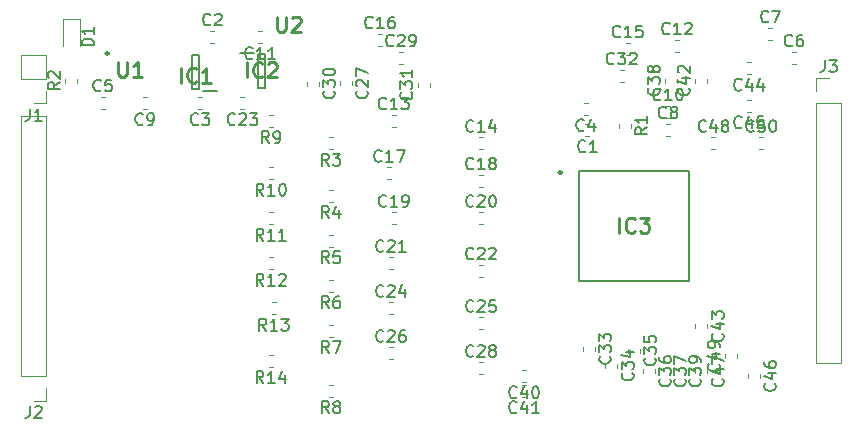
<source format=gbr>
G04 #@! TF.GenerationSoftware,KiCad,Pcbnew,(5.0.2)-1*
G04 #@! TF.CreationDate,2019-04-18T12:23:37+05:30*
G04 #@! TF.ProjectId,ti_based,74695f62-6173-4656-942e-6b696361645f,rev?*
G04 #@! TF.SameCoordinates,Original*
G04 #@! TF.FileFunction,Legend,Top*
G04 #@! TF.FilePolarity,Positive*
%FSLAX46Y46*%
G04 Gerber Fmt 4.6, Leading zero omitted, Abs format (unit mm)*
G04 Created by KiCad (PCBNEW (5.0.2)-1) date 18/04/2019 12:23:37*
%MOMM*%
%LPD*%
G01*
G04 APERTURE LIST*
%ADD10C,0.120000*%
%ADD11C,0.200000*%
%ADD12C,0.254000*%
%ADD13C,0.150000*%
G04 APERTURE END LIST*
D10*
G04 #@! TO.C,C1*
X99118267Y-39372000D02*
X98775733Y-39372000D01*
X99118267Y-38352000D02*
X98775733Y-38352000D01*
G04 #@! TO.C,C2*
X67025733Y-30478000D02*
X67368267Y-30478000D01*
X67025733Y-31498000D02*
X67368267Y-31498000D01*
G04 #@! TO.C,C3*
X66324267Y-37086000D02*
X65981733Y-37086000D01*
X66324267Y-36066000D02*
X65981733Y-36066000D01*
G04 #@! TO.C,C4*
X98977267Y-36574000D02*
X98634733Y-36574000D01*
X98977267Y-37594000D02*
X98634733Y-37594000D01*
G04 #@! TO.C,C5*
X57740733Y-37086000D02*
X58083267Y-37086000D01*
X57740733Y-36066000D02*
X58083267Y-36066000D01*
G04 #@! TO.C,C6*
X116273733Y-32256000D02*
X116616267Y-32256000D01*
X116273733Y-33276000D02*
X116616267Y-33276000D01*
G04 #@! TO.C,C7*
X114269733Y-31244000D02*
X114612267Y-31244000D01*
X114269733Y-30224000D02*
X114612267Y-30224000D01*
G04 #@! TO.C,C8*
X105605733Y-38352000D02*
X105948267Y-38352000D01*
X105605733Y-39372000D02*
X105948267Y-39372000D01*
G04 #@! TO.C,C9*
X61639267Y-37086000D02*
X61296733Y-37086000D01*
X61639267Y-36066000D02*
X61296733Y-36066000D01*
G04 #@! TO.C,C10*
X105605733Y-37848000D02*
X105948267Y-37848000D01*
X105605733Y-36828000D02*
X105948267Y-36828000D01*
G04 #@! TO.C,C11*
X71404267Y-31498000D02*
X71061733Y-31498000D01*
X71404267Y-30478000D02*
X71061733Y-30478000D01*
G04 #@! TO.C,C12*
X106367733Y-31240000D02*
X106710267Y-31240000D01*
X106367733Y-32260000D02*
X106710267Y-32260000D01*
G04 #@! TO.C,C13*
X82378733Y-37590000D02*
X82721267Y-37590000D01*
X82378733Y-38610000D02*
X82721267Y-38610000D01*
G04 #@! TO.C,C14*
X89758733Y-40515000D02*
X90101267Y-40515000D01*
X89758733Y-39495000D02*
X90101267Y-39495000D01*
G04 #@! TO.C,C15*
X102190733Y-32514000D02*
X102533267Y-32514000D01*
X102190733Y-31494000D02*
X102533267Y-31494000D01*
G04 #@! TO.C,C16*
X81221733Y-30732000D02*
X81564267Y-30732000D01*
X81221733Y-31752000D02*
X81564267Y-31752000D01*
G04 #@! TO.C,C17*
X81983733Y-42035000D02*
X82326267Y-42035000D01*
X81983733Y-43055000D02*
X82326267Y-43055000D01*
G04 #@! TO.C,C18*
X89758733Y-43690000D02*
X90101267Y-43690000D01*
X89758733Y-42670000D02*
X90101267Y-42670000D01*
G04 #@! TO.C,C19*
X82378733Y-45845000D02*
X82721267Y-45845000D01*
X82378733Y-46865000D02*
X82721267Y-46865000D01*
G04 #@! TO.C,C20*
X89758733Y-46865000D02*
X90101267Y-46865000D01*
X89758733Y-45845000D02*
X90101267Y-45845000D01*
G04 #@! TO.C,C21*
X82138733Y-49655000D02*
X82481267Y-49655000D01*
X82138733Y-50675000D02*
X82481267Y-50675000D01*
G04 #@! TO.C,C22*
X89758733Y-51310000D02*
X90101267Y-51310000D01*
X89758733Y-50290000D02*
X90101267Y-50290000D01*
G04 #@! TO.C,C23*
X69908267Y-36066000D02*
X69565733Y-36066000D01*
X69908267Y-37086000D02*
X69565733Y-37086000D01*
G04 #@! TO.C,C24*
X82138733Y-53465000D02*
X82481267Y-53465000D01*
X82138733Y-54485000D02*
X82481267Y-54485000D01*
G04 #@! TO.C,C25*
X89758733Y-55755000D02*
X90101267Y-55755000D01*
X89758733Y-54735000D02*
X90101267Y-54735000D01*
G04 #@! TO.C,C26*
X82138733Y-57275000D02*
X82481267Y-57275000D01*
X82138733Y-58295000D02*
X82481267Y-58295000D01*
G04 #@! TO.C,C27*
X78996000Y-34739733D02*
X78996000Y-35082267D01*
X77976000Y-34739733D02*
X77976000Y-35082267D01*
G04 #@! TO.C,C28*
X89758733Y-59565000D02*
X90101267Y-59565000D01*
X89758733Y-58545000D02*
X90101267Y-58545000D01*
G04 #@! TO.C,C29*
X82999733Y-33276000D02*
X83342267Y-33276000D01*
X82999733Y-32256000D02*
X83342267Y-32256000D01*
G04 #@! TO.C,C30*
X75182000Y-34767733D02*
X75182000Y-35110267D01*
X76202000Y-34767733D02*
X76202000Y-35110267D01*
G04 #@! TO.C,C31*
X85600000Y-35223267D02*
X85600000Y-34880733D01*
X84580000Y-35223267D02*
X84580000Y-34880733D01*
G04 #@! TO.C,C32*
X101668733Y-34800000D02*
X102011267Y-34800000D01*
X101668733Y-33780000D02*
X102011267Y-33780000D01*
G04 #@! TO.C,C33*
X98550000Y-57218733D02*
X98550000Y-57561267D01*
X99570000Y-57218733D02*
X99570000Y-57561267D01*
G04 #@! TO.C,C34*
X101475000Y-58643733D02*
X101475000Y-58986267D01*
X100455000Y-58643733D02*
X100455000Y-58986267D01*
G04 #@! TO.C,C35*
X102360000Y-57373733D02*
X102360000Y-57716267D01*
X103380000Y-57373733D02*
X103380000Y-57716267D01*
G04 #@! TO.C,C36*
X104650000Y-59123733D02*
X104650000Y-59466267D01*
X103630000Y-59123733D02*
X103630000Y-59466267D01*
G04 #@! TO.C,C37*
X104900000Y-59123733D02*
X104900000Y-59466267D01*
X105920000Y-59123733D02*
X105920000Y-59466267D01*
G04 #@! TO.C,C38*
X106555000Y-34856267D02*
X106555000Y-34513733D01*
X105535000Y-34856267D02*
X105535000Y-34513733D01*
G04 #@! TO.C,C39*
X107190000Y-59123733D02*
X107190000Y-59466267D01*
X106170000Y-59123733D02*
X106170000Y-59466267D01*
G04 #@! TO.C,C40*
X93756267Y-59180000D02*
X93413733Y-59180000D01*
X93756267Y-60200000D02*
X93413733Y-60200000D01*
G04 #@! TO.C,C41*
X93756267Y-61470000D02*
X93413733Y-61470000D01*
X93756267Y-60450000D02*
X93413733Y-60450000D01*
G04 #@! TO.C,C42*
X108075000Y-34856267D02*
X108075000Y-34513733D01*
X109095000Y-34856267D02*
X109095000Y-34513733D01*
G04 #@! TO.C,C43*
X108075000Y-55313733D02*
X108075000Y-55656267D01*
X109095000Y-55313733D02*
X109095000Y-55656267D01*
G04 #@! TO.C,C44*
X112806267Y-33145000D02*
X112463733Y-33145000D01*
X112806267Y-34165000D02*
X112463733Y-34165000D01*
G04 #@! TO.C,C45*
X112806267Y-37340000D02*
X112463733Y-37340000D01*
X112806267Y-36320000D02*
X112463733Y-36320000D01*
G04 #@! TO.C,C46*
X113540000Y-59518733D02*
X113540000Y-59861267D01*
X112520000Y-59518733D02*
X112520000Y-59861267D01*
G04 #@! TO.C,C47*
X108075000Y-59123733D02*
X108075000Y-59466267D01*
X109095000Y-59123733D02*
X109095000Y-59466267D01*
G04 #@! TO.C,C48*
X109443733Y-40515000D02*
X109786267Y-40515000D01*
X109443733Y-39495000D02*
X109786267Y-39495000D01*
G04 #@! TO.C,C49*
X110615000Y-58196267D02*
X110615000Y-57853733D01*
X111635000Y-58196267D02*
X111635000Y-57853733D01*
G04 #@! TO.C,C50*
X113493733Y-39495000D02*
X113836267Y-39495000D01*
X113493733Y-40515000D02*
X113836267Y-40515000D01*
G04 #@! TO.C,D1*
X55980000Y-31762500D02*
X55980000Y-29477500D01*
X55980000Y-29477500D02*
X54510000Y-29477500D01*
X54510000Y-29477500D02*
X54510000Y-31762500D01*
D11*
G04 #@! TO.C,IC1*
X66066000Y-35420000D02*
X65466000Y-35420000D01*
X65466000Y-35420000D02*
X65466000Y-32520000D01*
X65466000Y-32520000D02*
X66066000Y-32520000D01*
X66066000Y-32520000D02*
X66066000Y-35420000D01*
X67616000Y-35570000D02*
X66416000Y-35570000D01*
G04 #@! TO.C,IC2*
X71054000Y-32398000D02*
X71654000Y-32398000D01*
X71654000Y-32398000D02*
X71654000Y-35298000D01*
X71654000Y-35298000D02*
X71054000Y-35298000D01*
X71054000Y-35298000D02*
X71054000Y-32398000D01*
X69504000Y-32348000D02*
X70704000Y-32348000D01*
G04 #@! TO.C,IC3*
X98220000Y-42340000D02*
X107520000Y-42340000D01*
X107520000Y-42340000D02*
X107520000Y-51640000D01*
X107520000Y-51640000D02*
X98220000Y-51640000D01*
X98220000Y-51640000D02*
X98220000Y-42340000D01*
D12*
X96770000Y-42490000D02*
G75*
G03X96770000Y-42490000I-125000J0D01*
G01*
D10*
G04 #@! TO.C,J1*
X53130000Y-32500000D02*
X51010000Y-32500000D01*
X53130000Y-34560000D02*
X53130000Y-32500000D01*
X51010000Y-34560000D02*
X51010000Y-32500000D01*
X53130000Y-34560000D02*
X51010000Y-34560000D01*
X53130000Y-35560000D02*
X53130000Y-36620000D01*
X53130000Y-36620000D02*
X52070000Y-36620000D01*
G04 #@! TO.C,J2*
X53130000Y-61795000D02*
X52070000Y-61795000D01*
X53130000Y-60735000D02*
X53130000Y-61795000D01*
X53130000Y-59735000D02*
X51010000Y-59735000D01*
X51010000Y-59735000D02*
X51010000Y-37675000D01*
X53130000Y-59735000D02*
X53130000Y-37675000D01*
X53130000Y-37675000D02*
X51010000Y-37675000D01*
G04 #@! TO.C,J3*
X118320000Y-58620000D02*
X120440000Y-58620000D01*
X118320000Y-36560000D02*
X118320000Y-58620000D01*
X120440000Y-36560000D02*
X120440000Y-58620000D01*
X118320000Y-36560000D02*
X120440000Y-36560000D01*
X118320000Y-35560000D02*
X118320000Y-34500000D01*
X118320000Y-34500000D02*
X119380000Y-34500000D01*
G04 #@! TO.C,R1*
X101598000Y-38323733D02*
X101598000Y-38666267D01*
X102618000Y-38323733D02*
X102618000Y-38666267D01*
G04 #@! TO.C,R2*
X54735000Y-34856267D02*
X54735000Y-34513733D01*
X55755000Y-34856267D02*
X55755000Y-34513733D01*
D12*
G04 #@! TO.C,U1*
X58423000Y-32382000D02*
G75*
G03X58423000Y-32382000I-125000J0D01*
G01*
D10*
G04 #@! TO.C,R3*
X77401267Y-40515000D02*
X77058733Y-40515000D01*
X77401267Y-39495000D02*
X77058733Y-39495000D01*
G04 #@! TO.C,R4*
X77401267Y-43940000D02*
X77058733Y-43940000D01*
X77401267Y-44960000D02*
X77058733Y-44960000D01*
G04 #@! TO.C,R5*
X77401267Y-47750000D02*
X77058733Y-47750000D01*
X77401267Y-48770000D02*
X77058733Y-48770000D01*
G04 #@! TO.C,R6*
X77401267Y-51560000D02*
X77058733Y-51560000D01*
X77401267Y-52580000D02*
X77058733Y-52580000D01*
G04 #@! TO.C,R7*
X77401267Y-55370000D02*
X77058733Y-55370000D01*
X77401267Y-56390000D02*
X77058733Y-56390000D01*
G04 #@! TO.C,R8*
X77401267Y-60450000D02*
X77058733Y-60450000D01*
X77401267Y-61470000D02*
X77058733Y-61470000D01*
G04 #@! TO.C,R9*
X72321267Y-37590000D02*
X71978733Y-37590000D01*
X72321267Y-38610000D02*
X71978733Y-38610000D01*
G04 #@! TO.C,R10*
X72321267Y-43055000D02*
X71978733Y-43055000D01*
X72321267Y-42035000D02*
X71978733Y-42035000D01*
G04 #@! TO.C,R11*
X72321267Y-46865000D02*
X71978733Y-46865000D01*
X72321267Y-45845000D02*
X71978733Y-45845000D01*
G04 #@! TO.C,R12*
X72321267Y-50675000D02*
X71978733Y-50675000D01*
X72321267Y-49655000D02*
X71978733Y-49655000D01*
G04 #@! TO.C,R13*
X72561267Y-54485000D02*
X72218733Y-54485000D01*
X72561267Y-53465000D02*
X72218733Y-53465000D01*
G04 #@! TO.C,R14*
X72321267Y-58930000D02*
X71978733Y-58930000D01*
X72321267Y-57910000D02*
X71978733Y-57910000D01*
G04 #@! TO.C,C1*
D13*
X98780333Y-40649142D02*
X98732714Y-40696761D01*
X98589857Y-40744380D01*
X98494619Y-40744380D01*
X98351761Y-40696761D01*
X98256523Y-40601523D01*
X98208904Y-40506285D01*
X98161285Y-40315809D01*
X98161285Y-40172952D01*
X98208904Y-39982476D01*
X98256523Y-39887238D01*
X98351761Y-39792000D01*
X98494619Y-39744380D01*
X98589857Y-39744380D01*
X98732714Y-39792000D01*
X98780333Y-39839619D01*
X99732714Y-40744380D02*
X99161285Y-40744380D01*
X99447000Y-40744380D02*
X99447000Y-39744380D01*
X99351761Y-39887238D01*
X99256523Y-39982476D01*
X99161285Y-40030095D01*
G04 #@! TO.C,C2*
X67030333Y-29915142D02*
X66982714Y-29962761D01*
X66839857Y-30010380D01*
X66744619Y-30010380D01*
X66601761Y-29962761D01*
X66506523Y-29867523D01*
X66458904Y-29772285D01*
X66411285Y-29581809D01*
X66411285Y-29438952D01*
X66458904Y-29248476D01*
X66506523Y-29153238D01*
X66601761Y-29058000D01*
X66744619Y-29010380D01*
X66839857Y-29010380D01*
X66982714Y-29058000D01*
X67030333Y-29105619D01*
X67411285Y-29105619D02*
X67458904Y-29058000D01*
X67554142Y-29010380D01*
X67792238Y-29010380D01*
X67887476Y-29058000D01*
X67935095Y-29105619D01*
X67982714Y-29200857D01*
X67982714Y-29296095D01*
X67935095Y-29438952D01*
X67363666Y-30010380D01*
X67982714Y-30010380D01*
G04 #@! TO.C,C3*
X65986333Y-38363142D02*
X65938714Y-38410761D01*
X65795857Y-38458380D01*
X65700619Y-38458380D01*
X65557761Y-38410761D01*
X65462523Y-38315523D01*
X65414904Y-38220285D01*
X65367285Y-38029809D01*
X65367285Y-37886952D01*
X65414904Y-37696476D01*
X65462523Y-37601238D01*
X65557761Y-37506000D01*
X65700619Y-37458380D01*
X65795857Y-37458380D01*
X65938714Y-37506000D01*
X65986333Y-37553619D01*
X66319666Y-37458380D02*
X66938714Y-37458380D01*
X66605380Y-37839333D01*
X66748238Y-37839333D01*
X66843476Y-37886952D01*
X66891095Y-37934571D01*
X66938714Y-38029809D01*
X66938714Y-38267904D01*
X66891095Y-38363142D01*
X66843476Y-38410761D01*
X66748238Y-38458380D01*
X66462523Y-38458380D01*
X66367285Y-38410761D01*
X66319666Y-38363142D01*
G04 #@! TO.C,C4*
X98639333Y-38871142D02*
X98591714Y-38918761D01*
X98448857Y-38966380D01*
X98353619Y-38966380D01*
X98210761Y-38918761D01*
X98115523Y-38823523D01*
X98067904Y-38728285D01*
X98020285Y-38537809D01*
X98020285Y-38394952D01*
X98067904Y-38204476D01*
X98115523Y-38109238D01*
X98210761Y-38014000D01*
X98353619Y-37966380D01*
X98448857Y-37966380D01*
X98591714Y-38014000D01*
X98639333Y-38061619D01*
X99496476Y-38299714D02*
X99496476Y-38966380D01*
X99258380Y-37918761D02*
X99020285Y-38633047D01*
X99639333Y-38633047D01*
G04 #@! TO.C,C5*
X57745333Y-35503142D02*
X57697714Y-35550761D01*
X57554857Y-35598380D01*
X57459619Y-35598380D01*
X57316761Y-35550761D01*
X57221523Y-35455523D01*
X57173904Y-35360285D01*
X57126285Y-35169809D01*
X57126285Y-35026952D01*
X57173904Y-34836476D01*
X57221523Y-34741238D01*
X57316761Y-34646000D01*
X57459619Y-34598380D01*
X57554857Y-34598380D01*
X57697714Y-34646000D01*
X57745333Y-34693619D01*
X58650095Y-34598380D02*
X58173904Y-34598380D01*
X58126285Y-35074571D01*
X58173904Y-35026952D01*
X58269142Y-34979333D01*
X58507238Y-34979333D01*
X58602476Y-35026952D01*
X58650095Y-35074571D01*
X58697714Y-35169809D01*
X58697714Y-35407904D01*
X58650095Y-35503142D01*
X58602476Y-35550761D01*
X58507238Y-35598380D01*
X58269142Y-35598380D01*
X58173904Y-35550761D01*
X58126285Y-35503142D01*
G04 #@! TO.C,C6*
X116278333Y-31693142D02*
X116230714Y-31740761D01*
X116087857Y-31788380D01*
X115992619Y-31788380D01*
X115849761Y-31740761D01*
X115754523Y-31645523D01*
X115706904Y-31550285D01*
X115659285Y-31359809D01*
X115659285Y-31216952D01*
X115706904Y-31026476D01*
X115754523Y-30931238D01*
X115849761Y-30836000D01*
X115992619Y-30788380D01*
X116087857Y-30788380D01*
X116230714Y-30836000D01*
X116278333Y-30883619D01*
X117135476Y-30788380D02*
X116945000Y-30788380D01*
X116849761Y-30836000D01*
X116802142Y-30883619D01*
X116706904Y-31026476D01*
X116659285Y-31216952D01*
X116659285Y-31597904D01*
X116706904Y-31693142D01*
X116754523Y-31740761D01*
X116849761Y-31788380D01*
X117040238Y-31788380D01*
X117135476Y-31740761D01*
X117183095Y-31693142D01*
X117230714Y-31597904D01*
X117230714Y-31359809D01*
X117183095Y-31264571D01*
X117135476Y-31216952D01*
X117040238Y-31169333D01*
X116849761Y-31169333D01*
X116754523Y-31216952D01*
X116706904Y-31264571D01*
X116659285Y-31359809D01*
G04 #@! TO.C,C7*
X114274333Y-29661142D02*
X114226714Y-29708761D01*
X114083857Y-29756380D01*
X113988619Y-29756380D01*
X113845761Y-29708761D01*
X113750523Y-29613523D01*
X113702904Y-29518285D01*
X113655285Y-29327809D01*
X113655285Y-29184952D01*
X113702904Y-28994476D01*
X113750523Y-28899238D01*
X113845761Y-28804000D01*
X113988619Y-28756380D01*
X114083857Y-28756380D01*
X114226714Y-28804000D01*
X114274333Y-28851619D01*
X114607666Y-28756380D02*
X115274333Y-28756380D01*
X114845761Y-29756380D01*
G04 #@! TO.C,C8*
X105610333Y-37789142D02*
X105562714Y-37836761D01*
X105419857Y-37884380D01*
X105324619Y-37884380D01*
X105181761Y-37836761D01*
X105086523Y-37741523D01*
X105038904Y-37646285D01*
X104991285Y-37455809D01*
X104991285Y-37312952D01*
X105038904Y-37122476D01*
X105086523Y-37027238D01*
X105181761Y-36932000D01*
X105324619Y-36884380D01*
X105419857Y-36884380D01*
X105562714Y-36932000D01*
X105610333Y-36979619D01*
X106181761Y-37312952D02*
X106086523Y-37265333D01*
X106038904Y-37217714D01*
X105991285Y-37122476D01*
X105991285Y-37074857D01*
X106038904Y-36979619D01*
X106086523Y-36932000D01*
X106181761Y-36884380D01*
X106372238Y-36884380D01*
X106467476Y-36932000D01*
X106515095Y-36979619D01*
X106562714Y-37074857D01*
X106562714Y-37122476D01*
X106515095Y-37217714D01*
X106467476Y-37265333D01*
X106372238Y-37312952D01*
X106181761Y-37312952D01*
X106086523Y-37360571D01*
X106038904Y-37408190D01*
X105991285Y-37503428D01*
X105991285Y-37693904D01*
X106038904Y-37789142D01*
X106086523Y-37836761D01*
X106181761Y-37884380D01*
X106372238Y-37884380D01*
X106467476Y-37836761D01*
X106515095Y-37789142D01*
X106562714Y-37693904D01*
X106562714Y-37503428D01*
X106515095Y-37408190D01*
X106467476Y-37360571D01*
X106372238Y-37312952D01*
G04 #@! TO.C,C9*
X61301333Y-38363142D02*
X61253714Y-38410761D01*
X61110857Y-38458380D01*
X61015619Y-38458380D01*
X60872761Y-38410761D01*
X60777523Y-38315523D01*
X60729904Y-38220285D01*
X60682285Y-38029809D01*
X60682285Y-37886952D01*
X60729904Y-37696476D01*
X60777523Y-37601238D01*
X60872761Y-37506000D01*
X61015619Y-37458380D01*
X61110857Y-37458380D01*
X61253714Y-37506000D01*
X61301333Y-37553619D01*
X61777523Y-38458380D02*
X61968000Y-38458380D01*
X62063238Y-38410761D01*
X62110857Y-38363142D01*
X62206095Y-38220285D01*
X62253714Y-38029809D01*
X62253714Y-37648857D01*
X62206095Y-37553619D01*
X62158476Y-37506000D01*
X62063238Y-37458380D01*
X61872761Y-37458380D01*
X61777523Y-37506000D01*
X61729904Y-37553619D01*
X61682285Y-37648857D01*
X61682285Y-37886952D01*
X61729904Y-37982190D01*
X61777523Y-38029809D01*
X61872761Y-38077428D01*
X62063238Y-38077428D01*
X62158476Y-38029809D01*
X62206095Y-37982190D01*
X62253714Y-37886952D01*
G04 #@! TO.C,C10*
X105134142Y-36265142D02*
X105086523Y-36312761D01*
X104943666Y-36360380D01*
X104848428Y-36360380D01*
X104705571Y-36312761D01*
X104610333Y-36217523D01*
X104562714Y-36122285D01*
X104515095Y-35931809D01*
X104515095Y-35788952D01*
X104562714Y-35598476D01*
X104610333Y-35503238D01*
X104705571Y-35408000D01*
X104848428Y-35360380D01*
X104943666Y-35360380D01*
X105086523Y-35408000D01*
X105134142Y-35455619D01*
X106086523Y-36360380D02*
X105515095Y-36360380D01*
X105800809Y-36360380D02*
X105800809Y-35360380D01*
X105705571Y-35503238D01*
X105610333Y-35598476D01*
X105515095Y-35646095D01*
X106705571Y-35360380D02*
X106800809Y-35360380D01*
X106896047Y-35408000D01*
X106943666Y-35455619D01*
X106991285Y-35550857D01*
X107038904Y-35741333D01*
X107038904Y-35979428D01*
X106991285Y-36169904D01*
X106943666Y-36265142D01*
X106896047Y-36312761D01*
X106800809Y-36360380D01*
X106705571Y-36360380D01*
X106610333Y-36312761D01*
X106562714Y-36265142D01*
X106515095Y-36169904D01*
X106467476Y-35979428D01*
X106467476Y-35741333D01*
X106515095Y-35550857D01*
X106562714Y-35455619D01*
X106610333Y-35408000D01*
X106705571Y-35360380D01*
G04 #@! TO.C,C11*
X70590142Y-32775142D02*
X70542523Y-32822761D01*
X70399666Y-32870380D01*
X70304428Y-32870380D01*
X70161571Y-32822761D01*
X70066333Y-32727523D01*
X70018714Y-32632285D01*
X69971095Y-32441809D01*
X69971095Y-32298952D01*
X70018714Y-32108476D01*
X70066333Y-32013238D01*
X70161571Y-31918000D01*
X70304428Y-31870380D01*
X70399666Y-31870380D01*
X70542523Y-31918000D01*
X70590142Y-31965619D01*
X71542523Y-32870380D02*
X70971095Y-32870380D01*
X71256809Y-32870380D02*
X71256809Y-31870380D01*
X71161571Y-32013238D01*
X71066333Y-32108476D01*
X70971095Y-32156095D01*
X72494904Y-32870380D02*
X71923476Y-32870380D01*
X72209190Y-32870380D02*
X72209190Y-31870380D01*
X72113952Y-32013238D01*
X72018714Y-32108476D01*
X71923476Y-32156095D01*
G04 #@! TO.C,C12*
X105896142Y-30677142D02*
X105848523Y-30724761D01*
X105705666Y-30772380D01*
X105610428Y-30772380D01*
X105467571Y-30724761D01*
X105372333Y-30629523D01*
X105324714Y-30534285D01*
X105277095Y-30343809D01*
X105277095Y-30200952D01*
X105324714Y-30010476D01*
X105372333Y-29915238D01*
X105467571Y-29820000D01*
X105610428Y-29772380D01*
X105705666Y-29772380D01*
X105848523Y-29820000D01*
X105896142Y-29867619D01*
X106848523Y-30772380D02*
X106277095Y-30772380D01*
X106562809Y-30772380D02*
X106562809Y-29772380D01*
X106467571Y-29915238D01*
X106372333Y-30010476D01*
X106277095Y-30058095D01*
X107229476Y-29867619D02*
X107277095Y-29820000D01*
X107372333Y-29772380D01*
X107610428Y-29772380D01*
X107705666Y-29820000D01*
X107753285Y-29867619D01*
X107800904Y-29962857D01*
X107800904Y-30058095D01*
X107753285Y-30200952D01*
X107181857Y-30772380D01*
X107800904Y-30772380D01*
G04 #@! TO.C,C13*
X81907142Y-37027142D02*
X81859523Y-37074761D01*
X81716666Y-37122380D01*
X81621428Y-37122380D01*
X81478571Y-37074761D01*
X81383333Y-36979523D01*
X81335714Y-36884285D01*
X81288095Y-36693809D01*
X81288095Y-36550952D01*
X81335714Y-36360476D01*
X81383333Y-36265238D01*
X81478571Y-36170000D01*
X81621428Y-36122380D01*
X81716666Y-36122380D01*
X81859523Y-36170000D01*
X81907142Y-36217619D01*
X82859523Y-37122380D02*
X82288095Y-37122380D01*
X82573809Y-37122380D02*
X82573809Y-36122380D01*
X82478571Y-36265238D01*
X82383333Y-36360476D01*
X82288095Y-36408095D01*
X83192857Y-36122380D02*
X83811904Y-36122380D01*
X83478571Y-36503333D01*
X83621428Y-36503333D01*
X83716666Y-36550952D01*
X83764285Y-36598571D01*
X83811904Y-36693809D01*
X83811904Y-36931904D01*
X83764285Y-37027142D01*
X83716666Y-37074761D01*
X83621428Y-37122380D01*
X83335714Y-37122380D01*
X83240476Y-37074761D01*
X83192857Y-37027142D01*
G04 #@! TO.C,C14*
X89287142Y-38932142D02*
X89239523Y-38979761D01*
X89096666Y-39027380D01*
X89001428Y-39027380D01*
X88858571Y-38979761D01*
X88763333Y-38884523D01*
X88715714Y-38789285D01*
X88668095Y-38598809D01*
X88668095Y-38455952D01*
X88715714Y-38265476D01*
X88763333Y-38170238D01*
X88858571Y-38075000D01*
X89001428Y-38027380D01*
X89096666Y-38027380D01*
X89239523Y-38075000D01*
X89287142Y-38122619D01*
X90239523Y-39027380D02*
X89668095Y-39027380D01*
X89953809Y-39027380D02*
X89953809Y-38027380D01*
X89858571Y-38170238D01*
X89763333Y-38265476D01*
X89668095Y-38313095D01*
X91096666Y-38360714D02*
X91096666Y-39027380D01*
X90858571Y-37979761D02*
X90620476Y-38694047D01*
X91239523Y-38694047D01*
G04 #@! TO.C,C15*
X101719142Y-30931142D02*
X101671523Y-30978761D01*
X101528666Y-31026380D01*
X101433428Y-31026380D01*
X101290571Y-30978761D01*
X101195333Y-30883523D01*
X101147714Y-30788285D01*
X101100095Y-30597809D01*
X101100095Y-30454952D01*
X101147714Y-30264476D01*
X101195333Y-30169238D01*
X101290571Y-30074000D01*
X101433428Y-30026380D01*
X101528666Y-30026380D01*
X101671523Y-30074000D01*
X101719142Y-30121619D01*
X102671523Y-31026380D02*
X102100095Y-31026380D01*
X102385809Y-31026380D02*
X102385809Y-30026380D01*
X102290571Y-30169238D01*
X102195333Y-30264476D01*
X102100095Y-30312095D01*
X103576285Y-30026380D02*
X103100095Y-30026380D01*
X103052476Y-30502571D01*
X103100095Y-30454952D01*
X103195333Y-30407333D01*
X103433428Y-30407333D01*
X103528666Y-30454952D01*
X103576285Y-30502571D01*
X103623904Y-30597809D01*
X103623904Y-30835904D01*
X103576285Y-30931142D01*
X103528666Y-30978761D01*
X103433428Y-31026380D01*
X103195333Y-31026380D01*
X103100095Y-30978761D01*
X103052476Y-30931142D01*
G04 #@! TO.C,C16*
X80750142Y-30169142D02*
X80702523Y-30216761D01*
X80559666Y-30264380D01*
X80464428Y-30264380D01*
X80321571Y-30216761D01*
X80226333Y-30121523D01*
X80178714Y-30026285D01*
X80131095Y-29835809D01*
X80131095Y-29692952D01*
X80178714Y-29502476D01*
X80226333Y-29407238D01*
X80321571Y-29312000D01*
X80464428Y-29264380D01*
X80559666Y-29264380D01*
X80702523Y-29312000D01*
X80750142Y-29359619D01*
X81702523Y-30264380D02*
X81131095Y-30264380D01*
X81416809Y-30264380D02*
X81416809Y-29264380D01*
X81321571Y-29407238D01*
X81226333Y-29502476D01*
X81131095Y-29550095D01*
X82559666Y-29264380D02*
X82369190Y-29264380D01*
X82273952Y-29312000D01*
X82226333Y-29359619D01*
X82131095Y-29502476D01*
X82083476Y-29692952D01*
X82083476Y-30073904D01*
X82131095Y-30169142D01*
X82178714Y-30216761D01*
X82273952Y-30264380D01*
X82464428Y-30264380D01*
X82559666Y-30216761D01*
X82607285Y-30169142D01*
X82654904Y-30073904D01*
X82654904Y-29835809D01*
X82607285Y-29740571D01*
X82559666Y-29692952D01*
X82464428Y-29645333D01*
X82273952Y-29645333D01*
X82178714Y-29692952D01*
X82131095Y-29740571D01*
X82083476Y-29835809D01*
G04 #@! TO.C,C17*
X81512142Y-41472142D02*
X81464523Y-41519761D01*
X81321666Y-41567380D01*
X81226428Y-41567380D01*
X81083571Y-41519761D01*
X80988333Y-41424523D01*
X80940714Y-41329285D01*
X80893095Y-41138809D01*
X80893095Y-40995952D01*
X80940714Y-40805476D01*
X80988333Y-40710238D01*
X81083571Y-40615000D01*
X81226428Y-40567380D01*
X81321666Y-40567380D01*
X81464523Y-40615000D01*
X81512142Y-40662619D01*
X82464523Y-41567380D02*
X81893095Y-41567380D01*
X82178809Y-41567380D02*
X82178809Y-40567380D01*
X82083571Y-40710238D01*
X81988333Y-40805476D01*
X81893095Y-40853095D01*
X82797857Y-40567380D02*
X83464523Y-40567380D01*
X83035952Y-41567380D01*
G04 #@! TO.C,C18*
X89287142Y-42107142D02*
X89239523Y-42154761D01*
X89096666Y-42202380D01*
X89001428Y-42202380D01*
X88858571Y-42154761D01*
X88763333Y-42059523D01*
X88715714Y-41964285D01*
X88668095Y-41773809D01*
X88668095Y-41630952D01*
X88715714Y-41440476D01*
X88763333Y-41345238D01*
X88858571Y-41250000D01*
X89001428Y-41202380D01*
X89096666Y-41202380D01*
X89239523Y-41250000D01*
X89287142Y-41297619D01*
X90239523Y-42202380D02*
X89668095Y-42202380D01*
X89953809Y-42202380D02*
X89953809Y-41202380D01*
X89858571Y-41345238D01*
X89763333Y-41440476D01*
X89668095Y-41488095D01*
X90810952Y-41630952D02*
X90715714Y-41583333D01*
X90668095Y-41535714D01*
X90620476Y-41440476D01*
X90620476Y-41392857D01*
X90668095Y-41297619D01*
X90715714Y-41250000D01*
X90810952Y-41202380D01*
X91001428Y-41202380D01*
X91096666Y-41250000D01*
X91144285Y-41297619D01*
X91191904Y-41392857D01*
X91191904Y-41440476D01*
X91144285Y-41535714D01*
X91096666Y-41583333D01*
X91001428Y-41630952D01*
X90810952Y-41630952D01*
X90715714Y-41678571D01*
X90668095Y-41726190D01*
X90620476Y-41821428D01*
X90620476Y-42011904D01*
X90668095Y-42107142D01*
X90715714Y-42154761D01*
X90810952Y-42202380D01*
X91001428Y-42202380D01*
X91096666Y-42154761D01*
X91144285Y-42107142D01*
X91191904Y-42011904D01*
X91191904Y-41821428D01*
X91144285Y-41726190D01*
X91096666Y-41678571D01*
X91001428Y-41630952D01*
G04 #@! TO.C,C19*
X81907142Y-45282142D02*
X81859523Y-45329761D01*
X81716666Y-45377380D01*
X81621428Y-45377380D01*
X81478571Y-45329761D01*
X81383333Y-45234523D01*
X81335714Y-45139285D01*
X81288095Y-44948809D01*
X81288095Y-44805952D01*
X81335714Y-44615476D01*
X81383333Y-44520238D01*
X81478571Y-44425000D01*
X81621428Y-44377380D01*
X81716666Y-44377380D01*
X81859523Y-44425000D01*
X81907142Y-44472619D01*
X82859523Y-45377380D02*
X82288095Y-45377380D01*
X82573809Y-45377380D02*
X82573809Y-44377380D01*
X82478571Y-44520238D01*
X82383333Y-44615476D01*
X82288095Y-44663095D01*
X83335714Y-45377380D02*
X83526190Y-45377380D01*
X83621428Y-45329761D01*
X83669047Y-45282142D01*
X83764285Y-45139285D01*
X83811904Y-44948809D01*
X83811904Y-44567857D01*
X83764285Y-44472619D01*
X83716666Y-44425000D01*
X83621428Y-44377380D01*
X83430952Y-44377380D01*
X83335714Y-44425000D01*
X83288095Y-44472619D01*
X83240476Y-44567857D01*
X83240476Y-44805952D01*
X83288095Y-44901190D01*
X83335714Y-44948809D01*
X83430952Y-44996428D01*
X83621428Y-44996428D01*
X83716666Y-44948809D01*
X83764285Y-44901190D01*
X83811904Y-44805952D01*
G04 #@! TO.C,C20*
X89287142Y-45282142D02*
X89239523Y-45329761D01*
X89096666Y-45377380D01*
X89001428Y-45377380D01*
X88858571Y-45329761D01*
X88763333Y-45234523D01*
X88715714Y-45139285D01*
X88668095Y-44948809D01*
X88668095Y-44805952D01*
X88715714Y-44615476D01*
X88763333Y-44520238D01*
X88858571Y-44425000D01*
X89001428Y-44377380D01*
X89096666Y-44377380D01*
X89239523Y-44425000D01*
X89287142Y-44472619D01*
X89668095Y-44472619D02*
X89715714Y-44425000D01*
X89810952Y-44377380D01*
X90049047Y-44377380D01*
X90144285Y-44425000D01*
X90191904Y-44472619D01*
X90239523Y-44567857D01*
X90239523Y-44663095D01*
X90191904Y-44805952D01*
X89620476Y-45377380D01*
X90239523Y-45377380D01*
X90858571Y-44377380D02*
X90953809Y-44377380D01*
X91049047Y-44425000D01*
X91096666Y-44472619D01*
X91144285Y-44567857D01*
X91191904Y-44758333D01*
X91191904Y-44996428D01*
X91144285Y-45186904D01*
X91096666Y-45282142D01*
X91049047Y-45329761D01*
X90953809Y-45377380D01*
X90858571Y-45377380D01*
X90763333Y-45329761D01*
X90715714Y-45282142D01*
X90668095Y-45186904D01*
X90620476Y-44996428D01*
X90620476Y-44758333D01*
X90668095Y-44567857D01*
X90715714Y-44472619D01*
X90763333Y-44425000D01*
X90858571Y-44377380D01*
G04 #@! TO.C,C21*
X81667142Y-49092142D02*
X81619523Y-49139761D01*
X81476666Y-49187380D01*
X81381428Y-49187380D01*
X81238571Y-49139761D01*
X81143333Y-49044523D01*
X81095714Y-48949285D01*
X81048095Y-48758809D01*
X81048095Y-48615952D01*
X81095714Y-48425476D01*
X81143333Y-48330238D01*
X81238571Y-48235000D01*
X81381428Y-48187380D01*
X81476666Y-48187380D01*
X81619523Y-48235000D01*
X81667142Y-48282619D01*
X82048095Y-48282619D02*
X82095714Y-48235000D01*
X82190952Y-48187380D01*
X82429047Y-48187380D01*
X82524285Y-48235000D01*
X82571904Y-48282619D01*
X82619523Y-48377857D01*
X82619523Y-48473095D01*
X82571904Y-48615952D01*
X82000476Y-49187380D01*
X82619523Y-49187380D01*
X83571904Y-49187380D02*
X83000476Y-49187380D01*
X83286190Y-49187380D02*
X83286190Y-48187380D01*
X83190952Y-48330238D01*
X83095714Y-48425476D01*
X83000476Y-48473095D01*
G04 #@! TO.C,C22*
X89287142Y-49727142D02*
X89239523Y-49774761D01*
X89096666Y-49822380D01*
X89001428Y-49822380D01*
X88858571Y-49774761D01*
X88763333Y-49679523D01*
X88715714Y-49584285D01*
X88668095Y-49393809D01*
X88668095Y-49250952D01*
X88715714Y-49060476D01*
X88763333Y-48965238D01*
X88858571Y-48870000D01*
X89001428Y-48822380D01*
X89096666Y-48822380D01*
X89239523Y-48870000D01*
X89287142Y-48917619D01*
X89668095Y-48917619D02*
X89715714Y-48870000D01*
X89810952Y-48822380D01*
X90049047Y-48822380D01*
X90144285Y-48870000D01*
X90191904Y-48917619D01*
X90239523Y-49012857D01*
X90239523Y-49108095D01*
X90191904Y-49250952D01*
X89620476Y-49822380D01*
X90239523Y-49822380D01*
X90620476Y-48917619D02*
X90668095Y-48870000D01*
X90763333Y-48822380D01*
X91001428Y-48822380D01*
X91096666Y-48870000D01*
X91144285Y-48917619D01*
X91191904Y-49012857D01*
X91191904Y-49108095D01*
X91144285Y-49250952D01*
X90572857Y-49822380D01*
X91191904Y-49822380D01*
G04 #@! TO.C,C23*
X69094142Y-38363142D02*
X69046523Y-38410761D01*
X68903666Y-38458380D01*
X68808428Y-38458380D01*
X68665571Y-38410761D01*
X68570333Y-38315523D01*
X68522714Y-38220285D01*
X68475095Y-38029809D01*
X68475095Y-37886952D01*
X68522714Y-37696476D01*
X68570333Y-37601238D01*
X68665571Y-37506000D01*
X68808428Y-37458380D01*
X68903666Y-37458380D01*
X69046523Y-37506000D01*
X69094142Y-37553619D01*
X69475095Y-37553619D02*
X69522714Y-37506000D01*
X69617952Y-37458380D01*
X69856047Y-37458380D01*
X69951285Y-37506000D01*
X69998904Y-37553619D01*
X70046523Y-37648857D01*
X70046523Y-37744095D01*
X69998904Y-37886952D01*
X69427476Y-38458380D01*
X70046523Y-38458380D01*
X70379857Y-37458380D02*
X70998904Y-37458380D01*
X70665571Y-37839333D01*
X70808428Y-37839333D01*
X70903666Y-37886952D01*
X70951285Y-37934571D01*
X70998904Y-38029809D01*
X70998904Y-38267904D01*
X70951285Y-38363142D01*
X70903666Y-38410761D01*
X70808428Y-38458380D01*
X70522714Y-38458380D01*
X70427476Y-38410761D01*
X70379857Y-38363142D01*
G04 #@! TO.C,C24*
X81667142Y-52902142D02*
X81619523Y-52949761D01*
X81476666Y-52997380D01*
X81381428Y-52997380D01*
X81238571Y-52949761D01*
X81143333Y-52854523D01*
X81095714Y-52759285D01*
X81048095Y-52568809D01*
X81048095Y-52425952D01*
X81095714Y-52235476D01*
X81143333Y-52140238D01*
X81238571Y-52045000D01*
X81381428Y-51997380D01*
X81476666Y-51997380D01*
X81619523Y-52045000D01*
X81667142Y-52092619D01*
X82048095Y-52092619D02*
X82095714Y-52045000D01*
X82190952Y-51997380D01*
X82429047Y-51997380D01*
X82524285Y-52045000D01*
X82571904Y-52092619D01*
X82619523Y-52187857D01*
X82619523Y-52283095D01*
X82571904Y-52425952D01*
X82000476Y-52997380D01*
X82619523Y-52997380D01*
X83476666Y-52330714D02*
X83476666Y-52997380D01*
X83238571Y-51949761D02*
X83000476Y-52664047D01*
X83619523Y-52664047D01*
G04 #@! TO.C,C25*
X89287142Y-54172142D02*
X89239523Y-54219761D01*
X89096666Y-54267380D01*
X89001428Y-54267380D01*
X88858571Y-54219761D01*
X88763333Y-54124523D01*
X88715714Y-54029285D01*
X88668095Y-53838809D01*
X88668095Y-53695952D01*
X88715714Y-53505476D01*
X88763333Y-53410238D01*
X88858571Y-53315000D01*
X89001428Y-53267380D01*
X89096666Y-53267380D01*
X89239523Y-53315000D01*
X89287142Y-53362619D01*
X89668095Y-53362619D02*
X89715714Y-53315000D01*
X89810952Y-53267380D01*
X90049047Y-53267380D01*
X90144285Y-53315000D01*
X90191904Y-53362619D01*
X90239523Y-53457857D01*
X90239523Y-53553095D01*
X90191904Y-53695952D01*
X89620476Y-54267380D01*
X90239523Y-54267380D01*
X91144285Y-53267380D02*
X90668095Y-53267380D01*
X90620476Y-53743571D01*
X90668095Y-53695952D01*
X90763333Y-53648333D01*
X91001428Y-53648333D01*
X91096666Y-53695952D01*
X91144285Y-53743571D01*
X91191904Y-53838809D01*
X91191904Y-54076904D01*
X91144285Y-54172142D01*
X91096666Y-54219761D01*
X91001428Y-54267380D01*
X90763333Y-54267380D01*
X90668095Y-54219761D01*
X90620476Y-54172142D01*
G04 #@! TO.C,C26*
X81667142Y-56712142D02*
X81619523Y-56759761D01*
X81476666Y-56807380D01*
X81381428Y-56807380D01*
X81238571Y-56759761D01*
X81143333Y-56664523D01*
X81095714Y-56569285D01*
X81048095Y-56378809D01*
X81048095Y-56235952D01*
X81095714Y-56045476D01*
X81143333Y-55950238D01*
X81238571Y-55855000D01*
X81381428Y-55807380D01*
X81476666Y-55807380D01*
X81619523Y-55855000D01*
X81667142Y-55902619D01*
X82048095Y-55902619D02*
X82095714Y-55855000D01*
X82190952Y-55807380D01*
X82429047Y-55807380D01*
X82524285Y-55855000D01*
X82571904Y-55902619D01*
X82619523Y-55997857D01*
X82619523Y-56093095D01*
X82571904Y-56235952D01*
X82000476Y-56807380D01*
X82619523Y-56807380D01*
X83476666Y-55807380D02*
X83286190Y-55807380D01*
X83190952Y-55855000D01*
X83143333Y-55902619D01*
X83048095Y-56045476D01*
X83000476Y-56235952D01*
X83000476Y-56616904D01*
X83048095Y-56712142D01*
X83095714Y-56759761D01*
X83190952Y-56807380D01*
X83381428Y-56807380D01*
X83476666Y-56759761D01*
X83524285Y-56712142D01*
X83571904Y-56616904D01*
X83571904Y-56378809D01*
X83524285Y-56283571D01*
X83476666Y-56235952D01*
X83381428Y-56188333D01*
X83190952Y-56188333D01*
X83095714Y-56235952D01*
X83048095Y-56283571D01*
X83000476Y-56378809D01*
G04 #@! TO.C,C27*
X80273142Y-35553857D02*
X80320761Y-35601476D01*
X80368380Y-35744333D01*
X80368380Y-35839571D01*
X80320761Y-35982428D01*
X80225523Y-36077666D01*
X80130285Y-36125285D01*
X79939809Y-36172904D01*
X79796952Y-36172904D01*
X79606476Y-36125285D01*
X79511238Y-36077666D01*
X79416000Y-35982428D01*
X79368380Y-35839571D01*
X79368380Y-35744333D01*
X79416000Y-35601476D01*
X79463619Y-35553857D01*
X79463619Y-35172904D02*
X79416000Y-35125285D01*
X79368380Y-35030047D01*
X79368380Y-34791952D01*
X79416000Y-34696714D01*
X79463619Y-34649095D01*
X79558857Y-34601476D01*
X79654095Y-34601476D01*
X79796952Y-34649095D01*
X80368380Y-35220523D01*
X80368380Y-34601476D01*
X79368380Y-34268142D02*
X79368380Y-33601476D01*
X80368380Y-34030047D01*
G04 #@! TO.C,C28*
X89287142Y-57982142D02*
X89239523Y-58029761D01*
X89096666Y-58077380D01*
X89001428Y-58077380D01*
X88858571Y-58029761D01*
X88763333Y-57934523D01*
X88715714Y-57839285D01*
X88668095Y-57648809D01*
X88668095Y-57505952D01*
X88715714Y-57315476D01*
X88763333Y-57220238D01*
X88858571Y-57125000D01*
X89001428Y-57077380D01*
X89096666Y-57077380D01*
X89239523Y-57125000D01*
X89287142Y-57172619D01*
X89668095Y-57172619D02*
X89715714Y-57125000D01*
X89810952Y-57077380D01*
X90049047Y-57077380D01*
X90144285Y-57125000D01*
X90191904Y-57172619D01*
X90239523Y-57267857D01*
X90239523Y-57363095D01*
X90191904Y-57505952D01*
X89620476Y-58077380D01*
X90239523Y-58077380D01*
X90810952Y-57505952D02*
X90715714Y-57458333D01*
X90668095Y-57410714D01*
X90620476Y-57315476D01*
X90620476Y-57267857D01*
X90668095Y-57172619D01*
X90715714Y-57125000D01*
X90810952Y-57077380D01*
X91001428Y-57077380D01*
X91096666Y-57125000D01*
X91144285Y-57172619D01*
X91191904Y-57267857D01*
X91191904Y-57315476D01*
X91144285Y-57410714D01*
X91096666Y-57458333D01*
X91001428Y-57505952D01*
X90810952Y-57505952D01*
X90715714Y-57553571D01*
X90668095Y-57601190D01*
X90620476Y-57696428D01*
X90620476Y-57886904D01*
X90668095Y-57982142D01*
X90715714Y-58029761D01*
X90810952Y-58077380D01*
X91001428Y-58077380D01*
X91096666Y-58029761D01*
X91144285Y-57982142D01*
X91191904Y-57886904D01*
X91191904Y-57696428D01*
X91144285Y-57601190D01*
X91096666Y-57553571D01*
X91001428Y-57505952D01*
G04 #@! TO.C,C29*
X82528142Y-31693142D02*
X82480523Y-31740761D01*
X82337666Y-31788380D01*
X82242428Y-31788380D01*
X82099571Y-31740761D01*
X82004333Y-31645523D01*
X81956714Y-31550285D01*
X81909095Y-31359809D01*
X81909095Y-31216952D01*
X81956714Y-31026476D01*
X82004333Y-30931238D01*
X82099571Y-30836000D01*
X82242428Y-30788380D01*
X82337666Y-30788380D01*
X82480523Y-30836000D01*
X82528142Y-30883619D01*
X82909095Y-30883619D02*
X82956714Y-30836000D01*
X83051952Y-30788380D01*
X83290047Y-30788380D01*
X83385285Y-30836000D01*
X83432904Y-30883619D01*
X83480523Y-30978857D01*
X83480523Y-31074095D01*
X83432904Y-31216952D01*
X82861476Y-31788380D01*
X83480523Y-31788380D01*
X83956714Y-31788380D02*
X84147190Y-31788380D01*
X84242428Y-31740761D01*
X84290047Y-31693142D01*
X84385285Y-31550285D01*
X84432904Y-31359809D01*
X84432904Y-30978857D01*
X84385285Y-30883619D01*
X84337666Y-30836000D01*
X84242428Y-30788380D01*
X84051952Y-30788380D01*
X83956714Y-30836000D01*
X83909095Y-30883619D01*
X83861476Y-30978857D01*
X83861476Y-31216952D01*
X83909095Y-31312190D01*
X83956714Y-31359809D01*
X84051952Y-31407428D01*
X84242428Y-31407428D01*
X84337666Y-31359809D01*
X84385285Y-31312190D01*
X84432904Y-31216952D01*
G04 #@! TO.C,C30*
X77479142Y-35581857D02*
X77526761Y-35629476D01*
X77574380Y-35772333D01*
X77574380Y-35867571D01*
X77526761Y-36010428D01*
X77431523Y-36105666D01*
X77336285Y-36153285D01*
X77145809Y-36200904D01*
X77002952Y-36200904D01*
X76812476Y-36153285D01*
X76717238Y-36105666D01*
X76622000Y-36010428D01*
X76574380Y-35867571D01*
X76574380Y-35772333D01*
X76622000Y-35629476D01*
X76669619Y-35581857D01*
X76574380Y-35248523D02*
X76574380Y-34629476D01*
X76955333Y-34962809D01*
X76955333Y-34819952D01*
X77002952Y-34724714D01*
X77050571Y-34677095D01*
X77145809Y-34629476D01*
X77383904Y-34629476D01*
X77479142Y-34677095D01*
X77526761Y-34724714D01*
X77574380Y-34819952D01*
X77574380Y-35105666D01*
X77526761Y-35200904D01*
X77479142Y-35248523D01*
X76574380Y-34010428D02*
X76574380Y-33915190D01*
X76622000Y-33819952D01*
X76669619Y-33772333D01*
X76764857Y-33724714D01*
X76955333Y-33677095D01*
X77193428Y-33677095D01*
X77383904Y-33724714D01*
X77479142Y-33772333D01*
X77526761Y-33819952D01*
X77574380Y-33915190D01*
X77574380Y-34010428D01*
X77526761Y-34105666D01*
X77479142Y-34153285D01*
X77383904Y-34200904D01*
X77193428Y-34248523D01*
X76955333Y-34248523D01*
X76764857Y-34200904D01*
X76669619Y-34153285D01*
X76622000Y-34105666D01*
X76574380Y-34010428D01*
G04 #@! TO.C,C31*
X84017142Y-35694857D02*
X84064761Y-35742476D01*
X84112380Y-35885333D01*
X84112380Y-35980571D01*
X84064761Y-36123428D01*
X83969523Y-36218666D01*
X83874285Y-36266285D01*
X83683809Y-36313904D01*
X83540952Y-36313904D01*
X83350476Y-36266285D01*
X83255238Y-36218666D01*
X83160000Y-36123428D01*
X83112380Y-35980571D01*
X83112380Y-35885333D01*
X83160000Y-35742476D01*
X83207619Y-35694857D01*
X83112380Y-35361523D02*
X83112380Y-34742476D01*
X83493333Y-35075809D01*
X83493333Y-34932952D01*
X83540952Y-34837714D01*
X83588571Y-34790095D01*
X83683809Y-34742476D01*
X83921904Y-34742476D01*
X84017142Y-34790095D01*
X84064761Y-34837714D01*
X84112380Y-34932952D01*
X84112380Y-35218666D01*
X84064761Y-35313904D01*
X84017142Y-35361523D01*
X84112380Y-33790095D02*
X84112380Y-34361523D01*
X84112380Y-34075809D02*
X83112380Y-34075809D01*
X83255238Y-34171047D01*
X83350476Y-34266285D01*
X83398095Y-34361523D01*
G04 #@! TO.C,C32*
X101197142Y-33217142D02*
X101149523Y-33264761D01*
X101006666Y-33312380D01*
X100911428Y-33312380D01*
X100768571Y-33264761D01*
X100673333Y-33169523D01*
X100625714Y-33074285D01*
X100578095Y-32883809D01*
X100578095Y-32740952D01*
X100625714Y-32550476D01*
X100673333Y-32455238D01*
X100768571Y-32360000D01*
X100911428Y-32312380D01*
X101006666Y-32312380D01*
X101149523Y-32360000D01*
X101197142Y-32407619D01*
X101530476Y-32312380D02*
X102149523Y-32312380D01*
X101816190Y-32693333D01*
X101959047Y-32693333D01*
X102054285Y-32740952D01*
X102101904Y-32788571D01*
X102149523Y-32883809D01*
X102149523Y-33121904D01*
X102101904Y-33217142D01*
X102054285Y-33264761D01*
X101959047Y-33312380D01*
X101673333Y-33312380D01*
X101578095Y-33264761D01*
X101530476Y-33217142D01*
X102530476Y-32407619D02*
X102578095Y-32360000D01*
X102673333Y-32312380D01*
X102911428Y-32312380D01*
X103006666Y-32360000D01*
X103054285Y-32407619D01*
X103101904Y-32502857D01*
X103101904Y-32598095D01*
X103054285Y-32740952D01*
X102482857Y-33312380D01*
X103101904Y-33312380D01*
G04 #@! TO.C,C33*
X100847142Y-58032857D02*
X100894761Y-58080476D01*
X100942380Y-58223333D01*
X100942380Y-58318571D01*
X100894761Y-58461428D01*
X100799523Y-58556666D01*
X100704285Y-58604285D01*
X100513809Y-58651904D01*
X100370952Y-58651904D01*
X100180476Y-58604285D01*
X100085238Y-58556666D01*
X99990000Y-58461428D01*
X99942380Y-58318571D01*
X99942380Y-58223333D01*
X99990000Y-58080476D01*
X100037619Y-58032857D01*
X99942380Y-57699523D02*
X99942380Y-57080476D01*
X100323333Y-57413809D01*
X100323333Y-57270952D01*
X100370952Y-57175714D01*
X100418571Y-57128095D01*
X100513809Y-57080476D01*
X100751904Y-57080476D01*
X100847142Y-57128095D01*
X100894761Y-57175714D01*
X100942380Y-57270952D01*
X100942380Y-57556666D01*
X100894761Y-57651904D01*
X100847142Y-57699523D01*
X99942380Y-56747142D02*
X99942380Y-56128095D01*
X100323333Y-56461428D01*
X100323333Y-56318571D01*
X100370952Y-56223333D01*
X100418571Y-56175714D01*
X100513809Y-56128095D01*
X100751904Y-56128095D01*
X100847142Y-56175714D01*
X100894761Y-56223333D01*
X100942380Y-56318571D01*
X100942380Y-56604285D01*
X100894761Y-56699523D01*
X100847142Y-56747142D01*
G04 #@! TO.C,C34*
X102752142Y-59457857D02*
X102799761Y-59505476D01*
X102847380Y-59648333D01*
X102847380Y-59743571D01*
X102799761Y-59886428D01*
X102704523Y-59981666D01*
X102609285Y-60029285D01*
X102418809Y-60076904D01*
X102275952Y-60076904D01*
X102085476Y-60029285D01*
X101990238Y-59981666D01*
X101895000Y-59886428D01*
X101847380Y-59743571D01*
X101847380Y-59648333D01*
X101895000Y-59505476D01*
X101942619Y-59457857D01*
X101847380Y-59124523D02*
X101847380Y-58505476D01*
X102228333Y-58838809D01*
X102228333Y-58695952D01*
X102275952Y-58600714D01*
X102323571Y-58553095D01*
X102418809Y-58505476D01*
X102656904Y-58505476D01*
X102752142Y-58553095D01*
X102799761Y-58600714D01*
X102847380Y-58695952D01*
X102847380Y-58981666D01*
X102799761Y-59076904D01*
X102752142Y-59124523D01*
X102180714Y-57648333D02*
X102847380Y-57648333D01*
X101799761Y-57886428D02*
X102514047Y-58124523D01*
X102514047Y-57505476D01*
G04 #@! TO.C,C35*
X104657142Y-58187857D02*
X104704761Y-58235476D01*
X104752380Y-58378333D01*
X104752380Y-58473571D01*
X104704761Y-58616428D01*
X104609523Y-58711666D01*
X104514285Y-58759285D01*
X104323809Y-58806904D01*
X104180952Y-58806904D01*
X103990476Y-58759285D01*
X103895238Y-58711666D01*
X103800000Y-58616428D01*
X103752380Y-58473571D01*
X103752380Y-58378333D01*
X103800000Y-58235476D01*
X103847619Y-58187857D01*
X103752380Y-57854523D02*
X103752380Y-57235476D01*
X104133333Y-57568809D01*
X104133333Y-57425952D01*
X104180952Y-57330714D01*
X104228571Y-57283095D01*
X104323809Y-57235476D01*
X104561904Y-57235476D01*
X104657142Y-57283095D01*
X104704761Y-57330714D01*
X104752380Y-57425952D01*
X104752380Y-57711666D01*
X104704761Y-57806904D01*
X104657142Y-57854523D01*
X103752380Y-56330714D02*
X103752380Y-56806904D01*
X104228571Y-56854523D01*
X104180952Y-56806904D01*
X104133333Y-56711666D01*
X104133333Y-56473571D01*
X104180952Y-56378333D01*
X104228571Y-56330714D01*
X104323809Y-56283095D01*
X104561904Y-56283095D01*
X104657142Y-56330714D01*
X104704761Y-56378333D01*
X104752380Y-56473571D01*
X104752380Y-56711666D01*
X104704761Y-56806904D01*
X104657142Y-56854523D01*
G04 #@! TO.C,C36*
X105927142Y-59937857D02*
X105974761Y-59985476D01*
X106022380Y-60128333D01*
X106022380Y-60223571D01*
X105974761Y-60366428D01*
X105879523Y-60461666D01*
X105784285Y-60509285D01*
X105593809Y-60556904D01*
X105450952Y-60556904D01*
X105260476Y-60509285D01*
X105165238Y-60461666D01*
X105070000Y-60366428D01*
X105022380Y-60223571D01*
X105022380Y-60128333D01*
X105070000Y-59985476D01*
X105117619Y-59937857D01*
X105022380Y-59604523D02*
X105022380Y-58985476D01*
X105403333Y-59318809D01*
X105403333Y-59175952D01*
X105450952Y-59080714D01*
X105498571Y-59033095D01*
X105593809Y-58985476D01*
X105831904Y-58985476D01*
X105927142Y-59033095D01*
X105974761Y-59080714D01*
X106022380Y-59175952D01*
X106022380Y-59461666D01*
X105974761Y-59556904D01*
X105927142Y-59604523D01*
X105022380Y-58128333D02*
X105022380Y-58318809D01*
X105070000Y-58414047D01*
X105117619Y-58461666D01*
X105260476Y-58556904D01*
X105450952Y-58604523D01*
X105831904Y-58604523D01*
X105927142Y-58556904D01*
X105974761Y-58509285D01*
X106022380Y-58414047D01*
X106022380Y-58223571D01*
X105974761Y-58128333D01*
X105927142Y-58080714D01*
X105831904Y-58033095D01*
X105593809Y-58033095D01*
X105498571Y-58080714D01*
X105450952Y-58128333D01*
X105403333Y-58223571D01*
X105403333Y-58414047D01*
X105450952Y-58509285D01*
X105498571Y-58556904D01*
X105593809Y-58604523D01*
G04 #@! TO.C,C37*
X107197142Y-59937857D02*
X107244761Y-59985476D01*
X107292380Y-60128333D01*
X107292380Y-60223571D01*
X107244761Y-60366428D01*
X107149523Y-60461666D01*
X107054285Y-60509285D01*
X106863809Y-60556904D01*
X106720952Y-60556904D01*
X106530476Y-60509285D01*
X106435238Y-60461666D01*
X106340000Y-60366428D01*
X106292380Y-60223571D01*
X106292380Y-60128333D01*
X106340000Y-59985476D01*
X106387619Y-59937857D01*
X106292380Y-59604523D02*
X106292380Y-58985476D01*
X106673333Y-59318809D01*
X106673333Y-59175952D01*
X106720952Y-59080714D01*
X106768571Y-59033095D01*
X106863809Y-58985476D01*
X107101904Y-58985476D01*
X107197142Y-59033095D01*
X107244761Y-59080714D01*
X107292380Y-59175952D01*
X107292380Y-59461666D01*
X107244761Y-59556904D01*
X107197142Y-59604523D01*
X106292380Y-58652142D02*
X106292380Y-57985476D01*
X107292380Y-58414047D01*
G04 #@! TO.C,C38*
X104972142Y-35327857D02*
X105019761Y-35375476D01*
X105067380Y-35518333D01*
X105067380Y-35613571D01*
X105019761Y-35756428D01*
X104924523Y-35851666D01*
X104829285Y-35899285D01*
X104638809Y-35946904D01*
X104495952Y-35946904D01*
X104305476Y-35899285D01*
X104210238Y-35851666D01*
X104115000Y-35756428D01*
X104067380Y-35613571D01*
X104067380Y-35518333D01*
X104115000Y-35375476D01*
X104162619Y-35327857D01*
X104067380Y-34994523D02*
X104067380Y-34375476D01*
X104448333Y-34708809D01*
X104448333Y-34565952D01*
X104495952Y-34470714D01*
X104543571Y-34423095D01*
X104638809Y-34375476D01*
X104876904Y-34375476D01*
X104972142Y-34423095D01*
X105019761Y-34470714D01*
X105067380Y-34565952D01*
X105067380Y-34851666D01*
X105019761Y-34946904D01*
X104972142Y-34994523D01*
X104495952Y-33804047D02*
X104448333Y-33899285D01*
X104400714Y-33946904D01*
X104305476Y-33994523D01*
X104257857Y-33994523D01*
X104162619Y-33946904D01*
X104115000Y-33899285D01*
X104067380Y-33804047D01*
X104067380Y-33613571D01*
X104115000Y-33518333D01*
X104162619Y-33470714D01*
X104257857Y-33423095D01*
X104305476Y-33423095D01*
X104400714Y-33470714D01*
X104448333Y-33518333D01*
X104495952Y-33613571D01*
X104495952Y-33804047D01*
X104543571Y-33899285D01*
X104591190Y-33946904D01*
X104686428Y-33994523D01*
X104876904Y-33994523D01*
X104972142Y-33946904D01*
X105019761Y-33899285D01*
X105067380Y-33804047D01*
X105067380Y-33613571D01*
X105019761Y-33518333D01*
X104972142Y-33470714D01*
X104876904Y-33423095D01*
X104686428Y-33423095D01*
X104591190Y-33470714D01*
X104543571Y-33518333D01*
X104495952Y-33613571D01*
G04 #@! TO.C,C39*
X108467142Y-59937857D02*
X108514761Y-59985476D01*
X108562380Y-60128333D01*
X108562380Y-60223571D01*
X108514761Y-60366428D01*
X108419523Y-60461666D01*
X108324285Y-60509285D01*
X108133809Y-60556904D01*
X107990952Y-60556904D01*
X107800476Y-60509285D01*
X107705238Y-60461666D01*
X107610000Y-60366428D01*
X107562380Y-60223571D01*
X107562380Y-60128333D01*
X107610000Y-59985476D01*
X107657619Y-59937857D01*
X107562380Y-59604523D02*
X107562380Y-58985476D01*
X107943333Y-59318809D01*
X107943333Y-59175952D01*
X107990952Y-59080714D01*
X108038571Y-59033095D01*
X108133809Y-58985476D01*
X108371904Y-58985476D01*
X108467142Y-59033095D01*
X108514761Y-59080714D01*
X108562380Y-59175952D01*
X108562380Y-59461666D01*
X108514761Y-59556904D01*
X108467142Y-59604523D01*
X108562380Y-58509285D02*
X108562380Y-58318809D01*
X108514761Y-58223571D01*
X108467142Y-58175952D01*
X108324285Y-58080714D01*
X108133809Y-58033095D01*
X107752857Y-58033095D01*
X107657619Y-58080714D01*
X107610000Y-58128333D01*
X107562380Y-58223571D01*
X107562380Y-58414047D01*
X107610000Y-58509285D01*
X107657619Y-58556904D01*
X107752857Y-58604523D01*
X107990952Y-58604523D01*
X108086190Y-58556904D01*
X108133809Y-58509285D01*
X108181428Y-58414047D01*
X108181428Y-58223571D01*
X108133809Y-58128333D01*
X108086190Y-58080714D01*
X107990952Y-58033095D01*
G04 #@! TO.C,C40*
X92942142Y-61477142D02*
X92894523Y-61524761D01*
X92751666Y-61572380D01*
X92656428Y-61572380D01*
X92513571Y-61524761D01*
X92418333Y-61429523D01*
X92370714Y-61334285D01*
X92323095Y-61143809D01*
X92323095Y-61000952D01*
X92370714Y-60810476D01*
X92418333Y-60715238D01*
X92513571Y-60620000D01*
X92656428Y-60572380D01*
X92751666Y-60572380D01*
X92894523Y-60620000D01*
X92942142Y-60667619D01*
X93799285Y-60905714D02*
X93799285Y-61572380D01*
X93561190Y-60524761D02*
X93323095Y-61239047D01*
X93942142Y-61239047D01*
X94513571Y-60572380D02*
X94608809Y-60572380D01*
X94704047Y-60620000D01*
X94751666Y-60667619D01*
X94799285Y-60762857D01*
X94846904Y-60953333D01*
X94846904Y-61191428D01*
X94799285Y-61381904D01*
X94751666Y-61477142D01*
X94704047Y-61524761D01*
X94608809Y-61572380D01*
X94513571Y-61572380D01*
X94418333Y-61524761D01*
X94370714Y-61477142D01*
X94323095Y-61381904D01*
X94275476Y-61191428D01*
X94275476Y-60953333D01*
X94323095Y-60762857D01*
X94370714Y-60667619D01*
X94418333Y-60620000D01*
X94513571Y-60572380D01*
G04 #@! TO.C,C41*
X92942142Y-62747142D02*
X92894523Y-62794761D01*
X92751666Y-62842380D01*
X92656428Y-62842380D01*
X92513571Y-62794761D01*
X92418333Y-62699523D01*
X92370714Y-62604285D01*
X92323095Y-62413809D01*
X92323095Y-62270952D01*
X92370714Y-62080476D01*
X92418333Y-61985238D01*
X92513571Y-61890000D01*
X92656428Y-61842380D01*
X92751666Y-61842380D01*
X92894523Y-61890000D01*
X92942142Y-61937619D01*
X93799285Y-62175714D02*
X93799285Y-62842380D01*
X93561190Y-61794761D02*
X93323095Y-62509047D01*
X93942142Y-62509047D01*
X94846904Y-62842380D02*
X94275476Y-62842380D01*
X94561190Y-62842380D02*
X94561190Y-61842380D01*
X94465952Y-61985238D01*
X94370714Y-62080476D01*
X94275476Y-62128095D01*
G04 #@! TO.C,C42*
X107512142Y-35327857D02*
X107559761Y-35375476D01*
X107607380Y-35518333D01*
X107607380Y-35613571D01*
X107559761Y-35756428D01*
X107464523Y-35851666D01*
X107369285Y-35899285D01*
X107178809Y-35946904D01*
X107035952Y-35946904D01*
X106845476Y-35899285D01*
X106750238Y-35851666D01*
X106655000Y-35756428D01*
X106607380Y-35613571D01*
X106607380Y-35518333D01*
X106655000Y-35375476D01*
X106702619Y-35327857D01*
X106940714Y-34470714D02*
X107607380Y-34470714D01*
X106559761Y-34708809D02*
X107274047Y-34946904D01*
X107274047Y-34327857D01*
X106702619Y-33994523D02*
X106655000Y-33946904D01*
X106607380Y-33851666D01*
X106607380Y-33613571D01*
X106655000Y-33518333D01*
X106702619Y-33470714D01*
X106797857Y-33423095D01*
X106893095Y-33423095D01*
X107035952Y-33470714D01*
X107607380Y-34042142D01*
X107607380Y-33423095D01*
G04 #@! TO.C,C43*
X110372142Y-56127857D02*
X110419761Y-56175476D01*
X110467380Y-56318333D01*
X110467380Y-56413571D01*
X110419761Y-56556428D01*
X110324523Y-56651666D01*
X110229285Y-56699285D01*
X110038809Y-56746904D01*
X109895952Y-56746904D01*
X109705476Y-56699285D01*
X109610238Y-56651666D01*
X109515000Y-56556428D01*
X109467380Y-56413571D01*
X109467380Y-56318333D01*
X109515000Y-56175476D01*
X109562619Y-56127857D01*
X109800714Y-55270714D02*
X110467380Y-55270714D01*
X109419761Y-55508809D02*
X110134047Y-55746904D01*
X110134047Y-55127857D01*
X109467380Y-54842142D02*
X109467380Y-54223095D01*
X109848333Y-54556428D01*
X109848333Y-54413571D01*
X109895952Y-54318333D01*
X109943571Y-54270714D01*
X110038809Y-54223095D01*
X110276904Y-54223095D01*
X110372142Y-54270714D01*
X110419761Y-54318333D01*
X110467380Y-54413571D01*
X110467380Y-54699285D01*
X110419761Y-54794523D01*
X110372142Y-54842142D01*
G04 #@! TO.C,C44*
X111992142Y-35442142D02*
X111944523Y-35489761D01*
X111801666Y-35537380D01*
X111706428Y-35537380D01*
X111563571Y-35489761D01*
X111468333Y-35394523D01*
X111420714Y-35299285D01*
X111373095Y-35108809D01*
X111373095Y-34965952D01*
X111420714Y-34775476D01*
X111468333Y-34680238D01*
X111563571Y-34585000D01*
X111706428Y-34537380D01*
X111801666Y-34537380D01*
X111944523Y-34585000D01*
X111992142Y-34632619D01*
X112849285Y-34870714D02*
X112849285Y-35537380D01*
X112611190Y-34489761D02*
X112373095Y-35204047D01*
X112992142Y-35204047D01*
X113801666Y-34870714D02*
X113801666Y-35537380D01*
X113563571Y-34489761D02*
X113325476Y-35204047D01*
X113944523Y-35204047D01*
G04 #@! TO.C,C45*
X111992142Y-38617142D02*
X111944523Y-38664761D01*
X111801666Y-38712380D01*
X111706428Y-38712380D01*
X111563571Y-38664761D01*
X111468333Y-38569523D01*
X111420714Y-38474285D01*
X111373095Y-38283809D01*
X111373095Y-38140952D01*
X111420714Y-37950476D01*
X111468333Y-37855238D01*
X111563571Y-37760000D01*
X111706428Y-37712380D01*
X111801666Y-37712380D01*
X111944523Y-37760000D01*
X111992142Y-37807619D01*
X112849285Y-38045714D02*
X112849285Y-38712380D01*
X112611190Y-37664761D02*
X112373095Y-38379047D01*
X112992142Y-38379047D01*
X113849285Y-37712380D02*
X113373095Y-37712380D01*
X113325476Y-38188571D01*
X113373095Y-38140952D01*
X113468333Y-38093333D01*
X113706428Y-38093333D01*
X113801666Y-38140952D01*
X113849285Y-38188571D01*
X113896904Y-38283809D01*
X113896904Y-38521904D01*
X113849285Y-38617142D01*
X113801666Y-38664761D01*
X113706428Y-38712380D01*
X113468333Y-38712380D01*
X113373095Y-38664761D01*
X113325476Y-38617142D01*
G04 #@! TO.C,C46*
X114817142Y-60332857D02*
X114864761Y-60380476D01*
X114912380Y-60523333D01*
X114912380Y-60618571D01*
X114864761Y-60761428D01*
X114769523Y-60856666D01*
X114674285Y-60904285D01*
X114483809Y-60951904D01*
X114340952Y-60951904D01*
X114150476Y-60904285D01*
X114055238Y-60856666D01*
X113960000Y-60761428D01*
X113912380Y-60618571D01*
X113912380Y-60523333D01*
X113960000Y-60380476D01*
X114007619Y-60332857D01*
X114245714Y-59475714D02*
X114912380Y-59475714D01*
X113864761Y-59713809D02*
X114579047Y-59951904D01*
X114579047Y-59332857D01*
X113912380Y-58523333D02*
X113912380Y-58713809D01*
X113960000Y-58809047D01*
X114007619Y-58856666D01*
X114150476Y-58951904D01*
X114340952Y-58999523D01*
X114721904Y-58999523D01*
X114817142Y-58951904D01*
X114864761Y-58904285D01*
X114912380Y-58809047D01*
X114912380Y-58618571D01*
X114864761Y-58523333D01*
X114817142Y-58475714D01*
X114721904Y-58428095D01*
X114483809Y-58428095D01*
X114388571Y-58475714D01*
X114340952Y-58523333D01*
X114293333Y-58618571D01*
X114293333Y-58809047D01*
X114340952Y-58904285D01*
X114388571Y-58951904D01*
X114483809Y-58999523D01*
G04 #@! TO.C,C47*
X110372142Y-59937857D02*
X110419761Y-59985476D01*
X110467380Y-60128333D01*
X110467380Y-60223571D01*
X110419761Y-60366428D01*
X110324523Y-60461666D01*
X110229285Y-60509285D01*
X110038809Y-60556904D01*
X109895952Y-60556904D01*
X109705476Y-60509285D01*
X109610238Y-60461666D01*
X109515000Y-60366428D01*
X109467380Y-60223571D01*
X109467380Y-60128333D01*
X109515000Y-59985476D01*
X109562619Y-59937857D01*
X109800714Y-59080714D02*
X110467380Y-59080714D01*
X109419761Y-59318809D02*
X110134047Y-59556904D01*
X110134047Y-58937857D01*
X109467380Y-58652142D02*
X109467380Y-57985476D01*
X110467380Y-58414047D01*
G04 #@! TO.C,C48*
X108972142Y-38932142D02*
X108924523Y-38979761D01*
X108781666Y-39027380D01*
X108686428Y-39027380D01*
X108543571Y-38979761D01*
X108448333Y-38884523D01*
X108400714Y-38789285D01*
X108353095Y-38598809D01*
X108353095Y-38455952D01*
X108400714Y-38265476D01*
X108448333Y-38170238D01*
X108543571Y-38075000D01*
X108686428Y-38027380D01*
X108781666Y-38027380D01*
X108924523Y-38075000D01*
X108972142Y-38122619D01*
X109829285Y-38360714D02*
X109829285Y-39027380D01*
X109591190Y-37979761D02*
X109353095Y-38694047D01*
X109972142Y-38694047D01*
X110495952Y-38455952D02*
X110400714Y-38408333D01*
X110353095Y-38360714D01*
X110305476Y-38265476D01*
X110305476Y-38217857D01*
X110353095Y-38122619D01*
X110400714Y-38075000D01*
X110495952Y-38027380D01*
X110686428Y-38027380D01*
X110781666Y-38075000D01*
X110829285Y-38122619D01*
X110876904Y-38217857D01*
X110876904Y-38265476D01*
X110829285Y-38360714D01*
X110781666Y-38408333D01*
X110686428Y-38455952D01*
X110495952Y-38455952D01*
X110400714Y-38503571D01*
X110353095Y-38551190D01*
X110305476Y-38646428D01*
X110305476Y-38836904D01*
X110353095Y-38932142D01*
X110400714Y-38979761D01*
X110495952Y-39027380D01*
X110686428Y-39027380D01*
X110781666Y-38979761D01*
X110829285Y-38932142D01*
X110876904Y-38836904D01*
X110876904Y-38646428D01*
X110829285Y-38551190D01*
X110781666Y-38503571D01*
X110686428Y-38455952D01*
G04 #@! TO.C,C49*
X110052142Y-58667857D02*
X110099761Y-58715476D01*
X110147380Y-58858333D01*
X110147380Y-58953571D01*
X110099761Y-59096428D01*
X110004523Y-59191666D01*
X109909285Y-59239285D01*
X109718809Y-59286904D01*
X109575952Y-59286904D01*
X109385476Y-59239285D01*
X109290238Y-59191666D01*
X109195000Y-59096428D01*
X109147380Y-58953571D01*
X109147380Y-58858333D01*
X109195000Y-58715476D01*
X109242619Y-58667857D01*
X109480714Y-57810714D02*
X110147380Y-57810714D01*
X109099761Y-58048809D02*
X109814047Y-58286904D01*
X109814047Y-57667857D01*
X110147380Y-57239285D02*
X110147380Y-57048809D01*
X110099761Y-56953571D01*
X110052142Y-56905952D01*
X109909285Y-56810714D01*
X109718809Y-56763095D01*
X109337857Y-56763095D01*
X109242619Y-56810714D01*
X109195000Y-56858333D01*
X109147380Y-56953571D01*
X109147380Y-57144047D01*
X109195000Y-57239285D01*
X109242619Y-57286904D01*
X109337857Y-57334523D01*
X109575952Y-57334523D01*
X109671190Y-57286904D01*
X109718809Y-57239285D01*
X109766428Y-57144047D01*
X109766428Y-56953571D01*
X109718809Y-56858333D01*
X109671190Y-56810714D01*
X109575952Y-56763095D01*
G04 #@! TO.C,C50*
X113022142Y-38932142D02*
X112974523Y-38979761D01*
X112831666Y-39027380D01*
X112736428Y-39027380D01*
X112593571Y-38979761D01*
X112498333Y-38884523D01*
X112450714Y-38789285D01*
X112403095Y-38598809D01*
X112403095Y-38455952D01*
X112450714Y-38265476D01*
X112498333Y-38170238D01*
X112593571Y-38075000D01*
X112736428Y-38027380D01*
X112831666Y-38027380D01*
X112974523Y-38075000D01*
X113022142Y-38122619D01*
X113926904Y-38027380D02*
X113450714Y-38027380D01*
X113403095Y-38503571D01*
X113450714Y-38455952D01*
X113545952Y-38408333D01*
X113784047Y-38408333D01*
X113879285Y-38455952D01*
X113926904Y-38503571D01*
X113974523Y-38598809D01*
X113974523Y-38836904D01*
X113926904Y-38932142D01*
X113879285Y-38979761D01*
X113784047Y-39027380D01*
X113545952Y-39027380D01*
X113450714Y-38979761D01*
X113403095Y-38932142D01*
X114593571Y-38027380D02*
X114688809Y-38027380D01*
X114784047Y-38075000D01*
X114831666Y-38122619D01*
X114879285Y-38217857D01*
X114926904Y-38408333D01*
X114926904Y-38646428D01*
X114879285Y-38836904D01*
X114831666Y-38932142D01*
X114784047Y-38979761D01*
X114688809Y-39027380D01*
X114593571Y-39027380D01*
X114498333Y-38979761D01*
X114450714Y-38932142D01*
X114403095Y-38836904D01*
X114355476Y-38646428D01*
X114355476Y-38408333D01*
X114403095Y-38217857D01*
X114450714Y-38122619D01*
X114498333Y-38075000D01*
X114593571Y-38027380D01*
G04 #@! TO.C,D1*
X57127380Y-31700595D02*
X56127380Y-31700595D01*
X56127380Y-31462500D01*
X56175000Y-31319642D01*
X56270238Y-31224404D01*
X56365476Y-31176785D01*
X56555952Y-31129166D01*
X56698809Y-31129166D01*
X56889285Y-31176785D01*
X56984523Y-31224404D01*
X57079761Y-31319642D01*
X57127380Y-31462500D01*
X57127380Y-31700595D01*
X57127380Y-30176785D02*
X57127380Y-30748214D01*
X57127380Y-30462500D02*
X56127380Y-30462500D01*
X56270238Y-30557738D01*
X56365476Y-30652976D01*
X56413095Y-30748214D01*
G04 #@! TO.C,IC1*
D12*
X64506238Y-34859523D02*
X64506238Y-33589523D01*
X65836714Y-34738571D02*
X65776238Y-34799047D01*
X65594809Y-34859523D01*
X65473857Y-34859523D01*
X65292428Y-34799047D01*
X65171476Y-34678095D01*
X65111000Y-34557142D01*
X65050523Y-34315238D01*
X65050523Y-34133809D01*
X65111000Y-33891904D01*
X65171476Y-33770952D01*
X65292428Y-33650000D01*
X65473857Y-33589523D01*
X65594809Y-33589523D01*
X65776238Y-33650000D01*
X65836714Y-33710476D01*
X67046238Y-34859523D02*
X66320523Y-34859523D01*
X66683380Y-34859523D02*
X66683380Y-33589523D01*
X66562428Y-33770952D01*
X66441476Y-33891904D01*
X66320523Y-33952380D01*
G04 #@! TO.C,IC2*
X70094238Y-34422523D02*
X70094238Y-33152523D01*
X71424714Y-34301571D02*
X71364238Y-34362047D01*
X71182809Y-34422523D01*
X71061857Y-34422523D01*
X70880428Y-34362047D01*
X70759476Y-34241095D01*
X70699000Y-34120142D01*
X70638523Y-33878238D01*
X70638523Y-33696809D01*
X70699000Y-33454904D01*
X70759476Y-33333952D01*
X70880428Y-33213000D01*
X71061857Y-33152523D01*
X71182809Y-33152523D01*
X71364238Y-33213000D01*
X71424714Y-33273476D01*
X71908523Y-33273476D02*
X71969000Y-33213000D01*
X72089952Y-33152523D01*
X72392333Y-33152523D01*
X72513285Y-33213000D01*
X72573761Y-33273476D01*
X72634238Y-33394428D01*
X72634238Y-33515380D01*
X72573761Y-33696809D01*
X71848047Y-34422523D01*
X72634238Y-34422523D01*
G04 #@! TO.C,IC3*
X101630238Y-47564523D02*
X101630238Y-46294523D01*
X102960714Y-47443571D02*
X102900238Y-47504047D01*
X102718809Y-47564523D01*
X102597857Y-47564523D01*
X102416428Y-47504047D01*
X102295476Y-47383095D01*
X102235000Y-47262142D01*
X102174523Y-47020238D01*
X102174523Y-46838809D01*
X102235000Y-46596904D01*
X102295476Y-46475952D01*
X102416428Y-46355000D01*
X102597857Y-46294523D01*
X102718809Y-46294523D01*
X102900238Y-46355000D01*
X102960714Y-46415476D01*
X103384047Y-46294523D02*
X104170238Y-46294523D01*
X103746904Y-46778333D01*
X103928333Y-46778333D01*
X104049285Y-46838809D01*
X104109761Y-46899285D01*
X104170238Y-47020238D01*
X104170238Y-47322619D01*
X104109761Y-47443571D01*
X104049285Y-47504047D01*
X103928333Y-47564523D01*
X103565476Y-47564523D01*
X103444523Y-47504047D01*
X103384047Y-47443571D01*
G04 #@! TO.C,J1*
D13*
X51736666Y-37072380D02*
X51736666Y-37786666D01*
X51689047Y-37929523D01*
X51593809Y-38024761D01*
X51450952Y-38072380D01*
X51355714Y-38072380D01*
X52736666Y-38072380D02*
X52165238Y-38072380D01*
X52450952Y-38072380D02*
X52450952Y-37072380D01*
X52355714Y-37215238D01*
X52260476Y-37310476D01*
X52165238Y-37358095D01*
G04 #@! TO.C,J2*
X51736666Y-62247380D02*
X51736666Y-62961666D01*
X51689047Y-63104523D01*
X51593809Y-63199761D01*
X51450952Y-63247380D01*
X51355714Y-63247380D01*
X52165238Y-62342619D02*
X52212857Y-62295000D01*
X52308095Y-62247380D01*
X52546190Y-62247380D01*
X52641428Y-62295000D01*
X52689047Y-62342619D01*
X52736666Y-62437857D01*
X52736666Y-62533095D01*
X52689047Y-62675952D01*
X52117619Y-63247380D01*
X52736666Y-63247380D01*
G04 #@! TO.C,J3*
X119046666Y-32952380D02*
X119046666Y-33666666D01*
X118999047Y-33809523D01*
X118903809Y-33904761D01*
X118760952Y-33952380D01*
X118665714Y-33952380D01*
X119427619Y-32952380D02*
X120046666Y-32952380D01*
X119713333Y-33333333D01*
X119856190Y-33333333D01*
X119951428Y-33380952D01*
X119999047Y-33428571D01*
X120046666Y-33523809D01*
X120046666Y-33761904D01*
X119999047Y-33857142D01*
X119951428Y-33904761D01*
X119856190Y-33952380D01*
X119570476Y-33952380D01*
X119475238Y-33904761D01*
X119427619Y-33857142D01*
G04 #@! TO.C,R1*
X103990380Y-38661666D02*
X103514190Y-38995000D01*
X103990380Y-39233095D02*
X102990380Y-39233095D01*
X102990380Y-38852142D01*
X103038000Y-38756904D01*
X103085619Y-38709285D01*
X103180857Y-38661666D01*
X103323714Y-38661666D01*
X103418952Y-38709285D01*
X103466571Y-38756904D01*
X103514190Y-38852142D01*
X103514190Y-39233095D01*
X103990380Y-37709285D02*
X103990380Y-38280714D01*
X103990380Y-37995000D02*
X102990380Y-37995000D01*
X103133238Y-38090238D01*
X103228476Y-38185476D01*
X103276095Y-38280714D01*
G04 #@! TO.C,R2*
X54267380Y-34851666D02*
X53791190Y-35185000D01*
X54267380Y-35423095D02*
X53267380Y-35423095D01*
X53267380Y-35042142D01*
X53315000Y-34946904D01*
X53362619Y-34899285D01*
X53457857Y-34851666D01*
X53600714Y-34851666D01*
X53695952Y-34899285D01*
X53743571Y-34946904D01*
X53791190Y-35042142D01*
X53791190Y-35423095D01*
X53362619Y-34470714D02*
X53315000Y-34423095D01*
X53267380Y-34327857D01*
X53267380Y-34089761D01*
X53315000Y-33994523D01*
X53362619Y-33946904D01*
X53457857Y-33899285D01*
X53553095Y-33899285D01*
X53695952Y-33946904D01*
X54267380Y-34518333D01*
X54267380Y-33899285D01*
G04 #@! TO.C,U1*
D12*
X59230380Y-33086523D02*
X59230380Y-34114619D01*
X59290857Y-34235571D01*
X59351333Y-34296047D01*
X59472285Y-34356523D01*
X59714190Y-34356523D01*
X59835142Y-34296047D01*
X59895619Y-34235571D01*
X59956095Y-34114619D01*
X59956095Y-33086523D01*
X61226095Y-34356523D02*
X60500380Y-34356523D01*
X60863238Y-34356523D02*
X60863238Y-33086523D01*
X60742285Y-33267952D01*
X60621333Y-33388904D01*
X60500380Y-33449380D01*
G04 #@! TO.C,U2*
X72666980Y-29276523D02*
X72666980Y-30304619D01*
X72727457Y-30425571D01*
X72787933Y-30486047D01*
X72908885Y-30546523D01*
X73150790Y-30546523D01*
X73271742Y-30486047D01*
X73332219Y-30425571D01*
X73392695Y-30304619D01*
X73392695Y-29276523D01*
X73936980Y-29397476D02*
X73997457Y-29337000D01*
X74118409Y-29276523D01*
X74420790Y-29276523D01*
X74541742Y-29337000D01*
X74602219Y-29397476D01*
X74662695Y-29518428D01*
X74662695Y-29639380D01*
X74602219Y-29820809D01*
X73876504Y-30546523D01*
X74662695Y-30546523D01*
G04 #@! TO.C,R3*
D13*
X77063333Y-41887380D02*
X76730000Y-41411190D01*
X76491904Y-41887380D02*
X76491904Y-40887380D01*
X76872857Y-40887380D01*
X76968095Y-40935000D01*
X77015714Y-40982619D01*
X77063333Y-41077857D01*
X77063333Y-41220714D01*
X77015714Y-41315952D01*
X76968095Y-41363571D01*
X76872857Y-41411190D01*
X76491904Y-41411190D01*
X77396666Y-40887380D02*
X78015714Y-40887380D01*
X77682380Y-41268333D01*
X77825238Y-41268333D01*
X77920476Y-41315952D01*
X77968095Y-41363571D01*
X78015714Y-41458809D01*
X78015714Y-41696904D01*
X77968095Y-41792142D01*
X77920476Y-41839761D01*
X77825238Y-41887380D01*
X77539523Y-41887380D01*
X77444285Y-41839761D01*
X77396666Y-41792142D01*
G04 #@! TO.C,R4*
X77063333Y-46332380D02*
X76730000Y-45856190D01*
X76491904Y-46332380D02*
X76491904Y-45332380D01*
X76872857Y-45332380D01*
X76968095Y-45380000D01*
X77015714Y-45427619D01*
X77063333Y-45522857D01*
X77063333Y-45665714D01*
X77015714Y-45760952D01*
X76968095Y-45808571D01*
X76872857Y-45856190D01*
X76491904Y-45856190D01*
X77920476Y-45665714D02*
X77920476Y-46332380D01*
X77682380Y-45284761D02*
X77444285Y-45999047D01*
X78063333Y-45999047D01*
G04 #@! TO.C,R5*
X77063333Y-50142380D02*
X76730000Y-49666190D01*
X76491904Y-50142380D02*
X76491904Y-49142380D01*
X76872857Y-49142380D01*
X76968095Y-49190000D01*
X77015714Y-49237619D01*
X77063333Y-49332857D01*
X77063333Y-49475714D01*
X77015714Y-49570952D01*
X76968095Y-49618571D01*
X76872857Y-49666190D01*
X76491904Y-49666190D01*
X77968095Y-49142380D02*
X77491904Y-49142380D01*
X77444285Y-49618571D01*
X77491904Y-49570952D01*
X77587142Y-49523333D01*
X77825238Y-49523333D01*
X77920476Y-49570952D01*
X77968095Y-49618571D01*
X78015714Y-49713809D01*
X78015714Y-49951904D01*
X77968095Y-50047142D01*
X77920476Y-50094761D01*
X77825238Y-50142380D01*
X77587142Y-50142380D01*
X77491904Y-50094761D01*
X77444285Y-50047142D01*
G04 #@! TO.C,R6*
X77063333Y-53952380D02*
X76730000Y-53476190D01*
X76491904Y-53952380D02*
X76491904Y-52952380D01*
X76872857Y-52952380D01*
X76968095Y-53000000D01*
X77015714Y-53047619D01*
X77063333Y-53142857D01*
X77063333Y-53285714D01*
X77015714Y-53380952D01*
X76968095Y-53428571D01*
X76872857Y-53476190D01*
X76491904Y-53476190D01*
X77920476Y-52952380D02*
X77730000Y-52952380D01*
X77634761Y-53000000D01*
X77587142Y-53047619D01*
X77491904Y-53190476D01*
X77444285Y-53380952D01*
X77444285Y-53761904D01*
X77491904Y-53857142D01*
X77539523Y-53904761D01*
X77634761Y-53952380D01*
X77825238Y-53952380D01*
X77920476Y-53904761D01*
X77968095Y-53857142D01*
X78015714Y-53761904D01*
X78015714Y-53523809D01*
X77968095Y-53428571D01*
X77920476Y-53380952D01*
X77825238Y-53333333D01*
X77634761Y-53333333D01*
X77539523Y-53380952D01*
X77491904Y-53428571D01*
X77444285Y-53523809D01*
G04 #@! TO.C,R7*
X77063333Y-57762380D02*
X76730000Y-57286190D01*
X76491904Y-57762380D02*
X76491904Y-56762380D01*
X76872857Y-56762380D01*
X76968095Y-56810000D01*
X77015714Y-56857619D01*
X77063333Y-56952857D01*
X77063333Y-57095714D01*
X77015714Y-57190952D01*
X76968095Y-57238571D01*
X76872857Y-57286190D01*
X76491904Y-57286190D01*
X77396666Y-56762380D02*
X78063333Y-56762380D01*
X77634761Y-57762380D01*
G04 #@! TO.C,R8*
X77063333Y-62842380D02*
X76730000Y-62366190D01*
X76491904Y-62842380D02*
X76491904Y-61842380D01*
X76872857Y-61842380D01*
X76968095Y-61890000D01*
X77015714Y-61937619D01*
X77063333Y-62032857D01*
X77063333Y-62175714D01*
X77015714Y-62270952D01*
X76968095Y-62318571D01*
X76872857Y-62366190D01*
X76491904Y-62366190D01*
X77634761Y-62270952D02*
X77539523Y-62223333D01*
X77491904Y-62175714D01*
X77444285Y-62080476D01*
X77444285Y-62032857D01*
X77491904Y-61937619D01*
X77539523Y-61890000D01*
X77634761Y-61842380D01*
X77825238Y-61842380D01*
X77920476Y-61890000D01*
X77968095Y-61937619D01*
X78015714Y-62032857D01*
X78015714Y-62080476D01*
X77968095Y-62175714D01*
X77920476Y-62223333D01*
X77825238Y-62270952D01*
X77634761Y-62270952D01*
X77539523Y-62318571D01*
X77491904Y-62366190D01*
X77444285Y-62461428D01*
X77444285Y-62651904D01*
X77491904Y-62747142D01*
X77539523Y-62794761D01*
X77634761Y-62842380D01*
X77825238Y-62842380D01*
X77920476Y-62794761D01*
X77968095Y-62747142D01*
X78015714Y-62651904D01*
X78015714Y-62461428D01*
X77968095Y-62366190D01*
X77920476Y-62318571D01*
X77825238Y-62270952D01*
G04 #@! TO.C,R9*
X71983333Y-39982380D02*
X71650000Y-39506190D01*
X71411904Y-39982380D02*
X71411904Y-38982380D01*
X71792857Y-38982380D01*
X71888095Y-39030000D01*
X71935714Y-39077619D01*
X71983333Y-39172857D01*
X71983333Y-39315714D01*
X71935714Y-39410952D01*
X71888095Y-39458571D01*
X71792857Y-39506190D01*
X71411904Y-39506190D01*
X72459523Y-39982380D02*
X72650000Y-39982380D01*
X72745238Y-39934761D01*
X72792857Y-39887142D01*
X72888095Y-39744285D01*
X72935714Y-39553809D01*
X72935714Y-39172857D01*
X72888095Y-39077619D01*
X72840476Y-39030000D01*
X72745238Y-38982380D01*
X72554761Y-38982380D01*
X72459523Y-39030000D01*
X72411904Y-39077619D01*
X72364285Y-39172857D01*
X72364285Y-39410952D01*
X72411904Y-39506190D01*
X72459523Y-39553809D01*
X72554761Y-39601428D01*
X72745238Y-39601428D01*
X72840476Y-39553809D01*
X72888095Y-39506190D01*
X72935714Y-39410952D01*
G04 #@! TO.C,R10*
X71507142Y-44427380D02*
X71173809Y-43951190D01*
X70935714Y-44427380D02*
X70935714Y-43427380D01*
X71316666Y-43427380D01*
X71411904Y-43475000D01*
X71459523Y-43522619D01*
X71507142Y-43617857D01*
X71507142Y-43760714D01*
X71459523Y-43855952D01*
X71411904Y-43903571D01*
X71316666Y-43951190D01*
X70935714Y-43951190D01*
X72459523Y-44427380D02*
X71888095Y-44427380D01*
X72173809Y-44427380D02*
X72173809Y-43427380D01*
X72078571Y-43570238D01*
X71983333Y-43665476D01*
X71888095Y-43713095D01*
X73078571Y-43427380D02*
X73173809Y-43427380D01*
X73269047Y-43475000D01*
X73316666Y-43522619D01*
X73364285Y-43617857D01*
X73411904Y-43808333D01*
X73411904Y-44046428D01*
X73364285Y-44236904D01*
X73316666Y-44332142D01*
X73269047Y-44379761D01*
X73173809Y-44427380D01*
X73078571Y-44427380D01*
X72983333Y-44379761D01*
X72935714Y-44332142D01*
X72888095Y-44236904D01*
X72840476Y-44046428D01*
X72840476Y-43808333D01*
X72888095Y-43617857D01*
X72935714Y-43522619D01*
X72983333Y-43475000D01*
X73078571Y-43427380D01*
G04 #@! TO.C,R11*
X71507142Y-48237380D02*
X71173809Y-47761190D01*
X70935714Y-48237380D02*
X70935714Y-47237380D01*
X71316666Y-47237380D01*
X71411904Y-47285000D01*
X71459523Y-47332619D01*
X71507142Y-47427857D01*
X71507142Y-47570714D01*
X71459523Y-47665952D01*
X71411904Y-47713571D01*
X71316666Y-47761190D01*
X70935714Y-47761190D01*
X72459523Y-48237380D02*
X71888095Y-48237380D01*
X72173809Y-48237380D02*
X72173809Y-47237380D01*
X72078571Y-47380238D01*
X71983333Y-47475476D01*
X71888095Y-47523095D01*
X73411904Y-48237380D02*
X72840476Y-48237380D01*
X73126190Y-48237380D02*
X73126190Y-47237380D01*
X73030952Y-47380238D01*
X72935714Y-47475476D01*
X72840476Y-47523095D01*
G04 #@! TO.C,R12*
X71507142Y-52047380D02*
X71173809Y-51571190D01*
X70935714Y-52047380D02*
X70935714Y-51047380D01*
X71316666Y-51047380D01*
X71411904Y-51095000D01*
X71459523Y-51142619D01*
X71507142Y-51237857D01*
X71507142Y-51380714D01*
X71459523Y-51475952D01*
X71411904Y-51523571D01*
X71316666Y-51571190D01*
X70935714Y-51571190D01*
X72459523Y-52047380D02*
X71888095Y-52047380D01*
X72173809Y-52047380D02*
X72173809Y-51047380D01*
X72078571Y-51190238D01*
X71983333Y-51285476D01*
X71888095Y-51333095D01*
X72840476Y-51142619D02*
X72888095Y-51095000D01*
X72983333Y-51047380D01*
X73221428Y-51047380D01*
X73316666Y-51095000D01*
X73364285Y-51142619D01*
X73411904Y-51237857D01*
X73411904Y-51333095D01*
X73364285Y-51475952D01*
X72792857Y-52047380D01*
X73411904Y-52047380D01*
G04 #@! TO.C,R13*
X71747142Y-55857380D02*
X71413809Y-55381190D01*
X71175714Y-55857380D02*
X71175714Y-54857380D01*
X71556666Y-54857380D01*
X71651904Y-54905000D01*
X71699523Y-54952619D01*
X71747142Y-55047857D01*
X71747142Y-55190714D01*
X71699523Y-55285952D01*
X71651904Y-55333571D01*
X71556666Y-55381190D01*
X71175714Y-55381190D01*
X72699523Y-55857380D02*
X72128095Y-55857380D01*
X72413809Y-55857380D02*
X72413809Y-54857380D01*
X72318571Y-55000238D01*
X72223333Y-55095476D01*
X72128095Y-55143095D01*
X73032857Y-54857380D02*
X73651904Y-54857380D01*
X73318571Y-55238333D01*
X73461428Y-55238333D01*
X73556666Y-55285952D01*
X73604285Y-55333571D01*
X73651904Y-55428809D01*
X73651904Y-55666904D01*
X73604285Y-55762142D01*
X73556666Y-55809761D01*
X73461428Y-55857380D01*
X73175714Y-55857380D01*
X73080476Y-55809761D01*
X73032857Y-55762142D01*
G04 #@! TO.C,R14*
X71507142Y-60302380D02*
X71173809Y-59826190D01*
X70935714Y-60302380D02*
X70935714Y-59302380D01*
X71316666Y-59302380D01*
X71411904Y-59350000D01*
X71459523Y-59397619D01*
X71507142Y-59492857D01*
X71507142Y-59635714D01*
X71459523Y-59730952D01*
X71411904Y-59778571D01*
X71316666Y-59826190D01*
X70935714Y-59826190D01*
X72459523Y-60302380D02*
X71888095Y-60302380D01*
X72173809Y-60302380D02*
X72173809Y-59302380D01*
X72078571Y-59445238D01*
X71983333Y-59540476D01*
X71888095Y-59588095D01*
X73316666Y-59635714D02*
X73316666Y-60302380D01*
X73078571Y-59254761D02*
X72840476Y-59969047D01*
X73459523Y-59969047D01*
G04 #@! TD*
M02*

</source>
